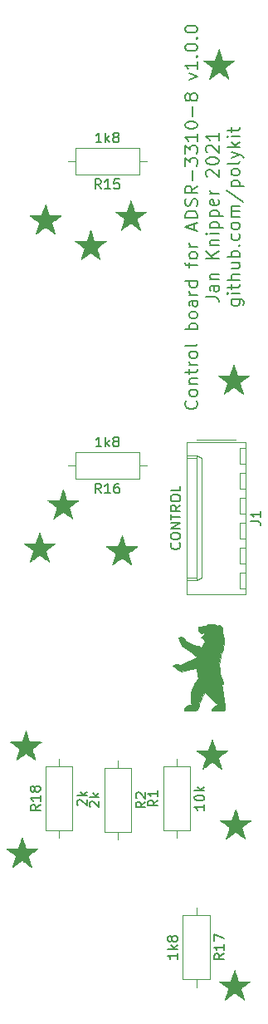
<source format=gbr>
%TF.GenerationSoftware,KiCad,Pcbnew,5.1.12-84ad8e8a86~92~ubuntu21.04.1*%
%TF.CreationDate,2021-11-06T20:56:35+01:00*%
%TF.ProjectId,control,636f6e74-726f-46c2-9e6b-696361645f70,v1.0.0*%
%TF.SameCoordinates,Original*%
%TF.FileFunction,Legend,Top*%
%TF.FilePolarity,Positive*%
%FSLAX46Y46*%
G04 Gerber Fmt 4.6, Leading zero omitted, Abs format (unit mm)*
G04 Created by KiCad (PCBNEW 5.1.12-84ad8e8a86~92~ubuntu21.04.1) date 2021-11-06 20:56:35*
%MOMM*%
%LPD*%
G01*
G04 APERTURE LIST*
%ADD10C,0.200000*%
%ADD11C,0.010000*%
%ADD12C,0.120000*%
%ADD13C,0.150000*%
G04 APERTURE END LIST*
D10*
X109014285Y-118426190D02*
X109076190Y-118488095D01*
X109138095Y-118673809D01*
X109138095Y-118797619D01*
X109076190Y-118983333D01*
X108952380Y-119107142D01*
X108828571Y-119169047D01*
X108580952Y-119230952D01*
X108395238Y-119230952D01*
X108147619Y-119169047D01*
X108023809Y-119107142D01*
X107900000Y-118983333D01*
X107838095Y-118797619D01*
X107838095Y-118673809D01*
X107900000Y-118488095D01*
X107961904Y-118426190D01*
X109138095Y-117683333D02*
X109076190Y-117807142D01*
X109014285Y-117869047D01*
X108890476Y-117930952D01*
X108519047Y-117930952D01*
X108395238Y-117869047D01*
X108333333Y-117807142D01*
X108271428Y-117683333D01*
X108271428Y-117497619D01*
X108333333Y-117373809D01*
X108395238Y-117311904D01*
X108519047Y-117250000D01*
X108890476Y-117250000D01*
X109014285Y-117311904D01*
X109076190Y-117373809D01*
X109138095Y-117497619D01*
X109138095Y-117683333D01*
X108271428Y-116692857D02*
X109138095Y-116692857D01*
X108395238Y-116692857D02*
X108333333Y-116630952D01*
X108271428Y-116507142D01*
X108271428Y-116321428D01*
X108333333Y-116197619D01*
X108457142Y-116135714D01*
X109138095Y-116135714D01*
X108271428Y-115702380D02*
X108271428Y-115207142D01*
X107838095Y-115516666D02*
X108952380Y-115516666D01*
X109076190Y-115454761D01*
X109138095Y-115330952D01*
X109138095Y-115207142D01*
X109138095Y-114773809D02*
X108271428Y-114773809D01*
X108519047Y-114773809D02*
X108395238Y-114711904D01*
X108333333Y-114650000D01*
X108271428Y-114526190D01*
X108271428Y-114402380D01*
X109138095Y-113783333D02*
X109076190Y-113907142D01*
X109014285Y-113969047D01*
X108890476Y-114030952D01*
X108519047Y-114030952D01*
X108395238Y-113969047D01*
X108333333Y-113907142D01*
X108271428Y-113783333D01*
X108271428Y-113597619D01*
X108333333Y-113473809D01*
X108395238Y-113411904D01*
X108519047Y-113350000D01*
X108890476Y-113350000D01*
X109014285Y-113411904D01*
X109076190Y-113473809D01*
X109138095Y-113597619D01*
X109138095Y-113783333D01*
X109138095Y-112607142D02*
X109076190Y-112730952D01*
X108952380Y-112792857D01*
X107838095Y-112792857D01*
X109138095Y-111121428D02*
X107838095Y-111121428D01*
X108333333Y-111121428D02*
X108271428Y-110997619D01*
X108271428Y-110750000D01*
X108333333Y-110626190D01*
X108395238Y-110564285D01*
X108519047Y-110502380D01*
X108890476Y-110502380D01*
X109014285Y-110564285D01*
X109076190Y-110626190D01*
X109138095Y-110750000D01*
X109138095Y-110997619D01*
X109076190Y-111121428D01*
X109138095Y-109759523D02*
X109076190Y-109883333D01*
X109014285Y-109945238D01*
X108890476Y-110007142D01*
X108519047Y-110007142D01*
X108395238Y-109945238D01*
X108333333Y-109883333D01*
X108271428Y-109759523D01*
X108271428Y-109573809D01*
X108333333Y-109450000D01*
X108395238Y-109388095D01*
X108519047Y-109326190D01*
X108890476Y-109326190D01*
X109014285Y-109388095D01*
X109076190Y-109450000D01*
X109138095Y-109573809D01*
X109138095Y-109759523D01*
X109138095Y-108211904D02*
X108457142Y-108211904D01*
X108333333Y-108273809D01*
X108271428Y-108397619D01*
X108271428Y-108645238D01*
X108333333Y-108769047D01*
X109076190Y-108211904D02*
X109138095Y-108335714D01*
X109138095Y-108645238D01*
X109076190Y-108769047D01*
X108952380Y-108830952D01*
X108828571Y-108830952D01*
X108704761Y-108769047D01*
X108642857Y-108645238D01*
X108642857Y-108335714D01*
X108580952Y-108211904D01*
X109138095Y-107592857D02*
X108271428Y-107592857D01*
X108519047Y-107592857D02*
X108395238Y-107530952D01*
X108333333Y-107469047D01*
X108271428Y-107345238D01*
X108271428Y-107221428D01*
X109138095Y-106230952D02*
X107838095Y-106230952D01*
X109076190Y-106230952D02*
X109138095Y-106354761D01*
X109138095Y-106602380D01*
X109076190Y-106726190D01*
X109014285Y-106788095D01*
X108890476Y-106850000D01*
X108519047Y-106850000D01*
X108395238Y-106788095D01*
X108333333Y-106726190D01*
X108271428Y-106602380D01*
X108271428Y-106354761D01*
X108333333Y-106230952D01*
X108271428Y-104807142D02*
X108271428Y-104311904D01*
X109138095Y-104621428D02*
X108023809Y-104621428D01*
X107900000Y-104559523D01*
X107838095Y-104435714D01*
X107838095Y-104311904D01*
X109138095Y-103692857D02*
X109076190Y-103816666D01*
X109014285Y-103878571D01*
X108890476Y-103940476D01*
X108519047Y-103940476D01*
X108395238Y-103878571D01*
X108333333Y-103816666D01*
X108271428Y-103692857D01*
X108271428Y-103507142D01*
X108333333Y-103383333D01*
X108395238Y-103321428D01*
X108519047Y-103259523D01*
X108890476Y-103259523D01*
X109014285Y-103321428D01*
X109076190Y-103383333D01*
X109138095Y-103507142D01*
X109138095Y-103692857D01*
X109138095Y-102702380D02*
X108271428Y-102702380D01*
X108519047Y-102702380D02*
X108395238Y-102640476D01*
X108333333Y-102578571D01*
X108271428Y-102454761D01*
X108271428Y-102330952D01*
X108766666Y-100969047D02*
X108766666Y-100350000D01*
X109138095Y-101092857D02*
X107838095Y-100659523D01*
X109138095Y-100226190D01*
X109138095Y-99792857D02*
X107838095Y-99792857D01*
X107838095Y-99483333D01*
X107900000Y-99297619D01*
X108023809Y-99173809D01*
X108147619Y-99111904D01*
X108395238Y-99050000D01*
X108580952Y-99050000D01*
X108828571Y-99111904D01*
X108952380Y-99173809D01*
X109076190Y-99297619D01*
X109138095Y-99483333D01*
X109138095Y-99792857D01*
X109076190Y-98554761D02*
X109138095Y-98369047D01*
X109138095Y-98059523D01*
X109076190Y-97935714D01*
X109014285Y-97873809D01*
X108890476Y-97811904D01*
X108766666Y-97811904D01*
X108642857Y-97873809D01*
X108580952Y-97935714D01*
X108519047Y-98059523D01*
X108457142Y-98307142D01*
X108395238Y-98430952D01*
X108333333Y-98492857D01*
X108209523Y-98554761D01*
X108085714Y-98554761D01*
X107961904Y-98492857D01*
X107900000Y-98430952D01*
X107838095Y-98307142D01*
X107838095Y-97997619D01*
X107900000Y-97811904D01*
X109138095Y-96511904D02*
X108519047Y-96945238D01*
X109138095Y-97254761D02*
X107838095Y-97254761D01*
X107838095Y-96759523D01*
X107900000Y-96635714D01*
X107961904Y-96573809D01*
X108085714Y-96511904D01*
X108271428Y-96511904D01*
X108395238Y-96573809D01*
X108457142Y-96635714D01*
X108519047Y-96759523D01*
X108519047Y-97254761D01*
X108642857Y-95954761D02*
X108642857Y-94964285D01*
X107838095Y-94469047D02*
X107838095Y-93664285D01*
X108333333Y-94097619D01*
X108333333Y-93911904D01*
X108395238Y-93788095D01*
X108457142Y-93726190D01*
X108580952Y-93664285D01*
X108890476Y-93664285D01*
X109014285Y-93726190D01*
X109076190Y-93788095D01*
X109138095Y-93911904D01*
X109138095Y-94283333D01*
X109076190Y-94407142D01*
X109014285Y-94469047D01*
X107838095Y-93230952D02*
X107838095Y-92426190D01*
X108333333Y-92859523D01*
X108333333Y-92673809D01*
X108395238Y-92550000D01*
X108457142Y-92488095D01*
X108580952Y-92426190D01*
X108890476Y-92426190D01*
X109014285Y-92488095D01*
X109076190Y-92550000D01*
X109138095Y-92673809D01*
X109138095Y-93045238D01*
X109076190Y-93169047D01*
X109014285Y-93230952D01*
X109138095Y-91188095D02*
X109138095Y-91930952D01*
X109138095Y-91559523D02*
X107838095Y-91559523D01*
X108023809Y-91683333D01*
X108147619Y-91807142D01*
X108209523Y-91930952D01*
X107838095Y-90383333D02*
X107838095Y-90259523D01*
X107900000Y-90135714D01*
X107961904Y-90073809D01*
X108085714Y-90011904D01*
X108333333Y-89950000D01*
X108642857Y-89950000D01*
X108890476Y-90011904D01*
X109014285Y-90073809D01*
X109076190Y-90135714D01*
X109138095Y-90259523D01*
X109138095Y-90383333D01*
X109076190Y-90507142D01*
X109014285Y-90569047D01*
X108890476Y-90630952D01*
X108642857Y-90692857D01*
X108333333Y-90692857D01*
X108085714Y-90630952D01*
X107961904Y-90569047D01*
X107900000Y-90507142D01*
X107838095Y-90383333D01*
X108642857Y-89392857D02*
X108642857Y-88402380D01*
X108395238Y-87597619D02*
X108333333Y-87721428D01*
X108271428Y-87783333D01*
X108147619Y-87845238D01*
X108085714Y-87845238D01*
X107961904Y-87783333D01*
X107900000Y-87721428D01*
X107838095Y-87597619D01*
X107838095Y-87350000D01*
X107900000Y-87226190D01*
X107961904Y-87164285D01*
X108085714Y-87102380D01*
X108147619Y-87102380D01*
X108271428Y-87164285D01*
X108333333Y-87226190D01*
X108395238Y-87350000D01*
X108395238Y-87597619D01*
X108457142Y-87721428D01*
X108519047Y-87783333D01*
X108642857Y-87845238D01*
X108890476Y-87845238D01*
X109014285Y-87783333D01*
X109076190Y-87721428D01*
X109138095Y-87597619D01*
X109138095Y-87350000D01*
X109076190Y-87226190D01*
X109014285Y-87164285D01*
X108890476Y-87102380D01*
X108642857Y-87102380D01*
X108519047Y-87164285D01*
X108457142Y-87226190D01*
X108395238Y-87350000D01*
X108271428Y-85678571D02*
X109138095Y-85369047D01*
X108271428Y-85059523D01*
X109138095Y-83883333D02*
X109138095Y-84626190D01*
X109138095Y-84254761D02*
X107838095Y-84254761D01*
X108023809Y-84378571D01*
X108147619Y-84502380D01*
X108209523Y-84626190D01*
X109014285Y-83326190D02*
X109076190Y-83264285D01*
X109138095Y-83326190D01*
X109076190Y-83388095D01*
X109014285Y-83326190D01*
X109138095Y-83326190D01*
X107838095Y-82459523D02*
X107838095Y-82335714D01*
X107900000Y-82211904D01*
X107961904Y-82150000D01*
X108085714Y-82088095D01*
X108333333Y-82026190D01*
X108642857Y-82026190D01*
X108890476Y-82088095D01*
X109014285Y-82150000D01*
X109076190Y-82211904D01*
X109138095Y-82335714D01*
X109138095Y-82459523D01*
X109076190Y-82583333D01*
X109014285Y-82645238D01*
X108890476Y-82707142D01*
X108642857Y-82769047D01*
X108333333Y-82769047D01*
X108085714Y-82707142D01*
X107961904Y-82645238D01*
X107900000Y-82583333D01*
X107838095Y-82459523D01*
X109014285Y-81469047D02*
X109076190Y-81407142D01*
X109138095Y-81469047D01*
X109076190Y-81530952D01*
X109014285Y-81469047D01*
X109138095Y-81469047D01*
X107838095Y-80602380D02*
X107838095Y-80478571D01*
X107900000Y-80354761D01*
X107961904Y-80292857D01*
X108085714Y-80230952D01*
X108333333Y-80169047D01*
X108642857Y-80169047D01*
X108890476Y-80230952D01*
X109014285Y-80292857D01*
X109076190Y-80354761D01*
X109138095Y-80478571D01*
X109138095Y-80602380D01*
X109076190Y-80726190D01*
X109014285Y-80788095D01*
X108890476Y-80850000D01*
X108642857Y-80911904D01*
X108333333Y-80911904D01*
X108085714Y-80850000D01*
X107961904Y-80788095D01*
X107900000Y-80726190D01*
X107838095Y-80602380D01*
X109988095Y-107840476D02*
X110916666Y-107840476D01*
X111102380Y-107902380D01*
X111226190Y-108026190D01*
X111288095Y-108211904D01*
X111288095Y-108335714D01*
X111288095Y-106664285D02*
X110607142Y-106664285D01*
X110483333Y-106726190D01*
X110421428Y-106850000D01*
X110421428Y-107097619D01*
X110483333Y-107221428D01*
X111226190Y-106664285D02*
X111288095Y-106788095D01*
X111288095Y-107097619D01*
X111226190Y-107221428D01*
X111102380Y-107283333D01*
X110978571Y-107283333D01*
X110854761Y-107221428D01*
X110792857Y-107097619D01*
X110792857Y-106788095D01*
X110730952Y-106664285D01*
X110421428Y-106045238D02*
X111288095Y-106045238D01*
X110545238Y-106045238D02*
X110483333Y-105983333D01*
X110421428Y-105859523D01*
X110421428Y-105673809D01*
X110483333Y-105550000D01*
X110607142Y-105488095D01*
X111288095Y-105488095D01*
X111288095Y-103878571D02*
X109988095Y-103878571D01*
X111288095Y-103135714D02*
X110545238Y-103692857D01*
X109988095Y-103135714D02*
X110730952Y-103878571D01*
X110421428Y-102578571D02*
X111288095Y-102578571D01*
X110545238Y-102578571D02*
X110483333Y-102516666D01*
X110421428Y-102392857D01*
X110421428Y-102207142D01*
X110483333Y-102083333D01*
X110607142Y-102021428D01*
X111288095Y-102021428D01*
X111288095Y-101402380D02*
X110421428Y-101402380D01*
X109988095Y-101402380D02*
X110050000Y-101464285D01*
X110111904Y-101402380D01*
X110050000Y-101340476D01*
X109988095Y-101402380D01*
X110111904Y-101402380D01*
X110421428Y-100783333D02*
X111721428Y-100783333D01*
X110483333Y-100783333D02*
X110421428Y-100659523D01*
X110421428Y-100411904D01*
X110483333Y-100288095D01*
X110545238Y-100226190D01*
X110669047Y-100164285D01*
X111040476Y-100164285D01*
X111164285Y-100226190D01*
X111226190Y-100288095D01*
X111288095Y-100411904D01*
X111288095Y-100659523D01*
X111226190Y-100783333D01*
X110421428Y-99607142D02*
X111721428Y-99607142D01*
X110483333Y-99607142D02*
X110421428Y-99483333D01*
X110421428Y-99235714D01*
X110483333Y-99111904D01*
X110545238Y-99050000D01*
X110669047Y-98988095D01*
X111040476Y-98988095D01*
X111164285Y-99050000D01*
X111226190Y-99111904D01*
X111288095Y-99235714D01*
X111288095Y-99483333D01*
X111226190Y-99607142D01*
X111226190Y-97935714D02*
X111288095Y-98059523D01*
X111288095Y-98307142D01*
X111226190Y-98430952D01*
X111102380Y-98492857D01*
X110607142Y-98492857D01*
X110483333Y-98430952D01*
X110421428Y-98307142D01*
X110421428Y-98059523D01*
X110483333Y-97935714D01*
X110607142Y-97873809D01*
X110730952Y-97873809D01*
X110854761Y-98492857D01*
X111288095Y-97316666D02*
X110421428Y-97316666D01*
X110669047Y-97316666D02*
X110545238Y-97254761D01*
X110483333Y-97192857D01*
X110421428Y-97069047D01*
X110421428Y-96945238D01*
X110111904Y-95583333D02*
X110050000Y-95521428D01*
X109988095Y-95397619D01*
X109988095Y-95088095D01*
X110050000Y-94964285D01*
X110111904Y-94902380D01*
X110235714Y-94840476D01*
X110359523Y-94840476D01*
X110545238Y-94902380D01*
X111288095Y-95645238D01*
X111288095Y-94840476D01*
X109988095Y-94035714D02*
X109988095Y-93911904D01*
X110050000Y-93788095D01*
X110111904Y-93726190D01*
X110235714Y-93664285D01*
X110483333Y-93602380D01*
X110792857Y-93602380D01*
X111040476Y-93664285D01*
X111164285Y-93726190D01*
X111226190Y-93788095D01*
X111288095Y-93911904D01*
X111288095Y-94035714D01*
X111226190Y-94159523D01*
X111164285Y-94221428D01*
X111040476Y-94283333D01*
X110792857Y-94345238D01*
X110483333Y-94345238D01*
X110235714Y-94283333D01*
X110111904Y-94221428D01*
X110050000Y-94159523D01*
X109988095Y-94035714D01*
X110111904Y-93107142D02*
X110050000Y-93045238D01*
X109988095Y-92921428D01*
X109988095Y-92611904D01*
X110050000Y-92488095D01*
X110111904Y-92426190D01*
X110235714Y-92364285D01*
X110359523Y-92364285D01*
X110545238Y-92426190D01*
X111288095Y-93169047D01*
X111288095Y-92364285D01*
X111288095Y-91126190D02*
X111288095Y-91869047D01*
X111288095Y-91497619D02*
X109988095Y-91497619D01*
X110173809Y-91621428D01*
X110297619Y-91745238D01*
X110359523Y-91869047D01*
X112571428Y-108088095D02*
X113623809Y-108088095D01*
X113747619Y-108150000D01*
X113809523Y-108211904D01*
X113871428Y-108335714D01*
X113871428Y-108521428D01*
X113809523Y-108645238D01*
X113376190Y-108088095D02*
X113438095Y-108211904D01*
X113438095Y-108459523D01*
X113376190Y-108583333D01*
X113314285Y-108645238D01*
X113190476Y-108707142D01*
X112819047Y-108707142D01*
X112695238Y-108645238D01*
X112633333Y-108583333D01*
X112571428Y-108459523D01*
X112571428Y-108211904D01*
X112633333Y-108088095D01*
X113438095Y-107469047D02*
X112571428Y-107469047D01*
X112138095Y-107469047D02*
X112200000Y-107530952D01*
X112261904Y-107469047D01*
X112200000Y-107407142D01*
X112138095Y-107469047D01*
X112261904Y-107469047D01*
X112571428Y-107035714D02*
X112571428Y-106540476D01*
X112138095Y-106850000D02*
X113252380Y-106850000D01*
X113376190Y-106788095D01*
X113438095Y-106664285D01*
X113438095Y-106540476D01*
X113438095Y-106107142D02*
X112138095Y-106107142D01*
X113438095Y-105550000D02*
X112757142Y-105550000D01*
X112633333Y-105611904D01*
X112571428Y-105735714D01*
X112571428Y-105921428D01*
X112633333Y-106045238D01*
X112695238Y-106107142D01*
X112571428Y-104373809D02*
X113438095Y-104373809D01*
X112571428Y-104930952D02*
X113252380Y-104930952D01*
X113376190Y-104869047D01*
X113438095Y-104745238D01*
X113438095Y-104559523D01*
X113376190Y-104435714D01*
X113314285Y-104373809D01*
X113438095Y-103754761D02*
X112138095Y-103754761D01*
X112633333Y-103754761D02*
X112571428Y-103630952D01*
X112571428Y-103383333D01*
X112633333Y-103259523D01*
X112695238Y-103197619D01*
X112819047Y-103135714D01*
X113190476Y-103135714D01*
X113314285Y-103197619D01*
X113376190Y-103259523D01*
X113438095Y-103383333D01*
X113438095Y-103630952D01*
X113376190Y-103754761D01*
X113314285Y-102578571D02*
X113376190Y-102516666D01*
X113438095Y-102578571D01*
X113376190Y-102640476D01*
X113314285Y-102578571D01*
X113438095Y-102578571D01*
X113376190Y-101402380D02*
X113438095Y-101526190D01*
X113438095Y-101773809D01*
X113376190Y-101897619D01*
X113314285Y-101959523D01*
X113190476Y-102021428D01*
X112819047Y-102021428D01*
X112695238Y-101959523D01*
X112633333Y-101897619D01*
X112571428Y-101773809D01*
X112571428Y-101526190D01*
X112633333Y-101402380D01*
X113438095Y-100659523D02*
X113376190Y-100783333D01*
X113314285Y-100845238D01*
X113190476Y-100907142D01*
X112819047Y-100907142D01*
X112695238Y-100845238D01*
X112633333Y-100783333D01*
X112571428Y-100659523D01*
X112571428Y-100473809D01*
X112633333Y-100350000D01*
X112695238Y-100288095D01*
X112819047Y-100226190D01*
X113190476Y-100226190D01*
X113314285Y-100288095D01*
X113376190Y-100350000D01*
X113438095Y-100473809D01*
X113438095Y-100659523D01*
X113438095Y-99669047D02*
X112571428Y-99669047D01*
X112695238Y-99669047D02*
X112633333Y-99607142D01*
X112571428Y-99483333D01*
X112571428Y-99297619D01*
X112633333Y-99173809D01*
X112757142Y-99111904D01*
X113438095Y-99111904D01*
X112757142Y-99111904D02*
X112633333Y-99050000D01*
X112571428Y-98926190D01*
X112571428Y-98740476D01*
X112633333Y-98616666D01*
X112757142Y-98554761D01*
X113438095Y-98554761D01*
X112076190Y-97007142D02*
X113747619Y-98121428D01*
X112571428Y-96573809D02*
X113871428Y-96573809D01*
X112633333Y-96573809D02*
X112571428Y-96450000D01*
X112571428Y-96202380D01*
X112633333Y-96078571D01*
X112695238Y-96016666D01*
X112819047Y-95954761D01*
X113190476Y-95954761D01*
X113314285Y-96016666D01*
X113376190Y-96078571D01*
X113438095Y-96202380D01*
X113438095Y-96450000D01*
X113376190Y-96573809D01*
X113438095Y-95211904D02*
X113376190Y-95335714D01*
X113314285Y-95397619D01*
X113190476Y-95459523D01*
X112819047Y-95459523D01*
X112695238Y-95397619D01*
X112633333Y-95335714D01*
X112571428Y-95211904D01*
X112571428Y-95026190D01*
X112633333Y-94902380D01*
X112695238Y-94840476D01*
X112819047Y-94778571D01*
X113190476Y-94778571D01*
X113314285Y-94840476D01*
X113376190Y-94902380D01*
X113438095Y-95026190D01*
X113438095Y-95211904D01*
X113438095Y-94035714D02*
X113376190Y-94159523D01*
X113252380Y-94221428D01*
X112138095Y-94221428D01*
X112571428Y-93664285D02*
X113438095Y-93354761D01*
X112571428Y-93045238D02*
X113438095Y-93354761D01*
X113747619Y-93478571D01*
X113809523Y-93540476D01*
X113871428Y-93664285D01*
X113438095Y-92550000D02*
X112138095Y-92550000D01*
X112942857Y-92426190D02*
X113438095Y-92054761D01*
X112571428Y-92054761D02*
X113066666Y-92550000D01*
X113438095Y-91497619D02*
X112571428Y-91497619D01*
X112138095Y-91497619D02*
X112200000Y-91559523D01*
X112261904Y-91497619D01*
X112200000Y-91435714D01*
X112138095Y-91497619D01*
X112261904Y-91497619D01*
X112571428Y-91064285D02*
X112571428Y-90569047D01*
X112138095Y-90878571D02*
X113252380Y-90878571D01*
X113376190Y-90816666D01*
X113438095Y-90692857D01*
X113438095Y-90569047D01*
D11*
%TO.C,G\u002A\u002A\u002A*%
G36*
X111306677Y-82622320D02*
G01*
X111321995Y-82663819D01*
X111344719Y-82728931D01*
X111373725Y-82814338D01*
X111407885Y-82916724D01*
X111446076Y-83032773D01*
X111487172Y-83159167D01*
X111491089Y-83171290D01*
X111673062Y-83734831D01*
X112273666Y-83734853D01*
X112425941Y-83735235D01*
X112559529Y-83736334D01*
X112672155Y-83738093D01*
X112761543Y-83740456D01*
X112825418Y-83743366D01*
X112861503Y-83746768D01*
X112868979Y-83749566D01*
X112855324Y-83761945D01*
X112818805Y-83790683D01*
X112762336Y-83833601D01*
X112688829Y-83888524D01*
X112601198Y-83953274D01*
X112502358Y-84025672D01*
X112397728Y-84101728D01*
X112290586Y-84179708D01*
X112191711Y-84252409D01*
X112104040Y-84317615D01*
X112030507Y-84373110D01*
X111974051Y-84416680D01*
X111937606Y-84446107D01*
X111924151Y-84459048D01*
X111926922Y-84478768D01*
X111938537Y-84524581D01*
X111957810Y-84592453D01*
X111983555Y-84678352D01*
X112014589Y-84778245D01*
X112049726Y-84888101D01*
X112055087Y-84904605D01*
X112108684Y-85069454D01*
X112153105Y-85206577D01*
X112189081Y-85318413D01*
X112217344Y-85407400D01*
X112238626Y-85475978D01*
X112253659Y-85526584D01*
X112263174Y-85561657D01*
X112267902Y-85583637D01*
X112268576Y-85594961D01*
X112265927Y-85598069D01*
X112262779Y-85596844D01*
X112246127Y-85585226D01*
X112206807Y-85557099D01*
X112147825Y-85514634D01*
X112072185Y-85460002D01*
X111982895Y-85395374D01*
X111882959Y-85322920D01*
X111779307Y-85247662D01*
X111672263Y-85170161D01*
X111573137Y-85098914D01*
X111484891Y-85036011D01*
X111410487Y-84983542D01*
X111352887Y-84943596D01*
X111315054Y-84918262D01*
X111300018Y-84909625D01*
X111284379Y-84918646D01*
X111246071Y-84944318D01*
X111188057Y-84984552D01*
X111113298Y-85037261D01*
X111024757Y-85100357D01*
X110925395Y-85171751D01*
X110820390Y-85247745D01*
X110712992Y-85325687D01*
X110613347Y-85397901D01*
X110524461Y-85462218D01*
X110449338Y-85516468D01*
X110390981Y-85558481D01*
X110352396Y-85586088D01*
X110336714Y-85597041D01*
X110330369Y-85590379D01*
X110335458Y-85557448D01*
X110346704Y-85516889D01*
X110358664Y-85478898D01*
X110379003Y-85415322D01*
X110406238Y-85330757D01*
X110438884Y-85229798D01*
X110475457Y-85117041D01*
X110514473Y-84997079D01*
X110529102Y-84952183D01*
X110566845Y-84835078D01*
X110600766Y-84727258D01*
X110629732Y-84632523D01*
X110652614Y-84554674D01*
X110668281Y-84497513D01*
X110675602Y-84464842D01*
X110675813Y-84458958D01*
X110661604Y-84445397D01*
X110624515Y-84415541D01*
X110567471Y-84371593D01*
X110493397Y-84315758D01*
X110405216Y-84250240D01*
X110305853Y-84177243D01*
X110198286Y-84099011D01*
X110091085Y-84021105D01*
X109992474Y-83948831D01*
X109905314Y-83884331D01*
X109832465Y-83829749D01*
X109776785Y-83787226D01*
X109741136Y-83758907D01*
X109728377Y-83746933D01*
X109728374Y-83746892D01*
X109743673Y-83744194D01*
X109787262Y-83741701D01*
X109855682Y-83739484D01*
X109945475Y-83737613D01*
X110053180Y-83736157D01*
X110175340Y-83735187D01*
X110308495Y-83734772D01*
X110327656Y-83734762D01*
X110926937Y-83734650D01*
X111108801Y-83171200D01*
X111150088Y-83044023D01*
X111188576Y-82926885D01*
X111223140Y-82823102D01*
X111252654Y-82735993D01*
X111275994Y-82668875D01*
X111292035Y-82625063D01*
X111299652Y-82607877D01*
X111299890Y-82607750D01*
X111306677Y-82622320D01*
G37*
X111306677Y-82622320D02*
X111321995Y-82663819D01*
X111344719Y-82728931D01*
X111373725Y-82814338D01*
X111407885Y-82916724D01*
X111446076Y-83032773D01*
X111487172Y-83159167D01*
X111491089Y-83171290D01*
X111673062Y-83734831D01*
X112273666Y-83734853D01*
X112425941Y-83735235D01*
X112559529Y-83736334D01*
X112672155Y-83738093D01*
X112761543Y-83740456D01*
X112825418Y-83743366D01*
X112861503Y-83746768D01*
X112868979Y-83749566D01*
X112855324Y-83761945D01*
X112818805Y-83790683D01*
X112762336Y-83833601D01*
X112688829Y-83888524D01*
X112601198Y-83953274D01*
X112502358Y-84025672D01*
X112397728Y-84101728D01*
X112290586Y-84179708D01*
X112191711Y-84252409D01*
X112104040Y-84317615D01*
X112030507Y-84373110D01*
X111974051Y-84416680D01*
X111937606Y-84446107D01*
X111924151Y-84459048D01*
X111926922Y-84478768D01*
X111938537Y-84524581D01*
X111957810Y-84592453D01*
X111983555Y-84678352D01*
X112014589Y-84778245D01*
X112049726Y-84888101D01*
X112055087Y-84904605D01*
X112108684Y-85069454D01*
X112153105Y-85206577D01*
X112189081Y-85318413D01*
X112217344Y-85407400D01*
X112238626Y-85475978D01*
X112253659Y-85526584D01*
X112263174Y-85561657D01*
X112267902Y-85583637D01*
X112268576Y-85594961D01*
X112265927Y-85598069D01*
X112262779Y-85596844D01*
X112246127Y-85585226D01*
X112206807Y-85557099D01*
X112147825Y-85514634D01*
X112072185Y-85460002D01*
X111982895Y-85395374D01*
X111882959Y-85322920D01*
X111779307Y-85247662D01*
X111672263Y-85170161D01*
X111573137Y-85098914D01*
X111484891Y-85036011D01*
X111410487Y-84983542D01*
X111352887Y-84943596D01*
X111315054Y-84918262D01*
X111300018Y-84909625D01*
X111284379Y-84918646D01*
X111246071Y-84944318D01*
X111188057Y-84984552D01*
X111113298Y-85037261D01*
X111024757Y-85100357D01*
X110925395Y-85171751D01*
X110820390Y-85247745D01*
X110712992Y-85325687D01*
X110613347Y-85397901D01*
X110524461Y-85462218D01*
X110449338Y-85516468D01*
X110390981Y-85558481D01*
X110352396Y-85586088D01*
X110336714Y-85597041D01*
X110330369Y-85590379D01*
X110335458Y-85557448D01*
X110346704Y-85516889D01*
X110358664Y-85478898D01*
X110379003Y-85415322D01*
X110406238Y-85330757D01*
X110438884Y-85229798D01*
X110475457Y-85117041D01*
X110514473Y-84997079D01*
X110529102Y-84952183D01*
X110566845Y-84835078D01*
X110600766Y-84727258D01*
X110629732Y-84632523D01*
X110652614Y-84554674D01*
X110668281Y-84497513D01*
X110675602Y-84464842D01*
X110675813Y-84458958D01*
X110661604Y-84445397D01*
X110624515Y-84415541D01*
X110567471Y-84371593D01*
X110493397Y-84315758D01*
X110405216Y-84250240D01*
X110305853Y-84177243D01*
X110198286Y-84099011D01*
X110091085Y-84021105D01*
X109992474Y-83948831D01*
X109905314Y-83884331D01*
X109832465Y-83829749D01*
X109776785Y-83787226D01*
X109741136Y-83758907D01*
X109728377Y-83746933D01*
X109728374Y-83746892D01*
X109743673Y-83744194D01*
X109787262Y-83741701D01*
X109855682Y-83739484D01*
X109945475Y-83737613D01*
X110053180Y-83736157D01*
X110175340Y-83735187D01*
X110308495Y-83734772D01*
X110327656Y-83734762D01*
X110926937Y-83734650D01*
X111108801Y-83171200D01*
X111150088Y-83044023D01*
X111188576Y-82926885D01*
X111223140Y-82823102D01*
X111252654Y-82735993D01*
X111275994Y-82668875D01*
X111292035Y-82625063D01*
X111299652Y-82607877D01*
X111299890Y-82607750D01*
X111306677Y-82622320D01*
G36*
X112806677Y-114722320D02*
G01*
X112821995Y-114763819D01*
X112844719Y-114828931D01*
X112873725Y-114914338D01*
X112907885Y-115016724D01*
X112946076Y-115132773D01*
X112987172Y-115259167D01*
X112991089Y-115271290D01*
X113173062Y-115834831D01*
X113773666Y-115834853D01*
X113925941Y-115835235D01*
X114059529Y-115836334D01*
X114172155Y-115838093D01*
X114261543Y-115840456D01*
X114325418Y-115843366D01*
X114361503Y-115846768D01*
X114368979Y-115849566D01*
X114355324Y-115861945D01*
X114318805Y-115890683D01*
X114262336Y-115933601D01*
X114188829Y-115988524D01*
X114101198Y-116053274D01*
X114002358Y-116125672D01*
X113897728Y-116201728D01*
X113790586Y-116279708D01*
X113691711Y-116352409D01*
X113604040Y-116417615D01*
X113530507Y-116473110D01*
X113474051Y-116516680D01*
X113437606Y-116546107D01*
X113424151Y-116559048D01*
X113426922Y-116578768D01*
X113438537Y-116624581D01*
X113457810Y-116692453D01*
X113483555Y-116778352D01*
X113514589Y-116878245D01*
X113549726Y-116988101D01*
X113555087Y-117004605D01*
X113608684Y-117169454D01*
X113653105Y-117306577D01*
X113689081Y-117418413D01*
X113717344Y-117507400D01*
X113738626Y-117575978D01*
X113753659Y-117626584D01*
X113763174Y-117661657D01*
X113767902Y-117683637D01*
X113768576Y-117694961D01*
X113765927Y-117698069D01*
X113762779Y-117696844D01*
X113746127Y-117685226D01*
X113706807Y-117657099D01*
X113647825Y-117614634D01*
X113572185Y-117560002D01*
X113482895Y-117495374D01*
X113382959Y-117422920D01*
X113279307Y-117347662D01*
X113172263Y-117270161D01*
X113073137Y-117198914D01*
X112984891Y-117136011D01*
X112910487Y-117083542D01*
X112852887Y-117043596D01*
X112815054Y-117018262D01*
X112800018Y-117009625D01*
X112784379Y-117018646D01*
X112746071Y-117044318D01*
X112688057Y-117084552D01*
X112613298Y-117137261D01*
X112524757Y-117200357D01*
X112425395Y-117271751D01*
X112320390Y-117347745D01*
X112212992Y-117425687D01*
X112113347Y-117497901D01*
X112024461Y-117562218D01*
X111949338Y-117616468D01*
X111890981Y-117658481D01*
X111852396Y-117686088D01*
X111836714Y-117697041D01*
X111830369Y-117690379D01*
X111835458Y-117657448D01*
X111846704Y-117616889D01*
X111858664Y-117578898D01*
X111879003Y-117515322D01*
X111906238Y-117430757D01*
X111938884Y-117329798D01*
X111975457Y-117217041D01*
X112014473Y-117097079D01*
X112029102Y-117052183D01*
X112066845Y-116935078D01*
X112100766Y-116827258D01*
X112129732Y-116732523D01*
X112152614Y-116654674D01*
X112168281Y-116597513D01*
X112175602Y-116564842D01*
X112175813Y-116558958D01*
X112161604Y-116545397D01*
X112124515Y-116515541D01*
X112067471Y-116471593D01*
X111993397Y-116415758D01*
X111905216Y-116350240D01*
X111805853Y-116277243D01*
X111698286Y-116199011D01*
X111591085Y-116121105D01*
X111492474Y-116048831D01*
X111405314Y-115984331D01*
X111332465Y-115929749D01*
X111276785Y-115887226D01*
X111241136Y-115858907D01*
X111228377Y-115846933D01*
X111228374Y-115846892D01*
X111243673Y-115844194D01*
X111287262Y-115841701D01*
X111355682Y-115839484D01*
X111445475Y-115837613D01*
X111553180Y-115836157D01*
X111675340Y-115835187D01*
X111808495Y-115834772D01*
X111827656Y-115834762D01*
X112426937Y-115834650D01*
X112608801Y-115271200D01*
X112650088Y-115144023D01*
X112688576Y-115026885D01*
X112723140Y-114923102D01*
X112752654Y-114835993D01*
X112775994Y-114768875D01*
X112792035Y-114725063D01*
X112799652Y-114707877D01*
X112799890Y-114707750D01*
X112806677Y-114722320D01*
G37*
X112806677Y-114722320D02*
X112821995Y-114763819D01*
X112844719Y-114828931D01*
X112873725Y-114914338D01*
X112907885Y-115016724D01*
X112946076Y-115132773D01*
X112987172Y-115259167D01*
X112991089Y-115271290D01*
X113173062Y-115834831D01*
X113773666Y-115834853D01*
X113925941Y-115835235D01*
X114059529Y-115836334D01*
X114172155Y-115838093D01*
X114261543Y-115840456D01*
X114325418Y-115843366D01*
X114361503Y-115846768D01*
X114368979Y-115849566D01*
X114355324Y-115861945D01*
X114318805Y-115890683D01*
X114262336Y-115933601D01*
X114188829Y-115988524D01*
X114101198Y-116053274D01*
X114002358Y-116125672D01*
X113897728Y-116201728D01*
X113790586Y-116279708D01*
X113691711Y-116352409D01*
X113604040Y-116417615D01*
X113530507Y-116473110D01*
X113474051Y-116516680D01*
X113437606Y-116546107D01*
X113424151Y-116559048D01*
X113426922Y-116578768D01*
X113438537Y-116624581D01*
X113457810Y-116692453D01*
X113483555Y-116778352D01*
X113514589Y-116878245D01*
X113549726Y-116988101D01*
X113555087Y-117004605D01*
X113608684Y-117169454D01*
X113653105Y-117306577D01*
X113689081Y-117418413D01*
X113717344Y-117507400D01*
X113738626Y-117575978D01*
X113753659Y-117626584D01*
X113763174Y-117661657D01*
X113767902Y-117683637D01*
X113768576Y-117694961D01*
X113765927Y-117698069D01*
X113762779Y-117696844D01*
X113746127Y-117685226D01*
X113706807Y-117657099D01*
X113647825Y-117614634D01*
X113572185Y-117560002D01*
X113482895Y-117495374D01*
X113382959Y-117422920D01*
X113279307Y-117347662D01*
X113172263Y-117270161D01*
X113073137Y-117198914D01*
X112984891Y-117136011D01*
X112910487Y-117083542D01*
X112852887Y-117043596D01*
X112815054Y-117018262D01*
X112800018Y-117009625D01*
X112784379Y-117018646D01*
X112746071Y-117044318D01*
X112688057Y-117084552D01*
X112613298Y-117137261D01*
X112524757Y-117200357D01*
X112425395Y-117271751D01*
X112320390Y-117347745D01*
X112212992Y-117425687D01*
X112113347Y-117497901D01*
X112024461Y-117562218D01*
X111949338Y-117616468D01*
X111890981Y-117658481D01*
X111852396Y-117686088D01*
X111836714Y-117697041D01*
X111830369Y-117690379D01*
X111835458Y-117657448D01*
X111846704Y-117616889D01*
X111858664Y-117578898D01*
X111879003Y-117515322D01*
X111906238Y-117430757D01*
X111938884Y-117329798D01*
X111975457Y-117217041D01*
X112014473Y-117097079D01*
X112029102Y-117052183D01*
X112066845Y-116935078D01*
X112100766Y-116827258D01*
X112129732Y-116732523D01*
X112152614Y-116654674D01*
X112168281Y-116597513D01*
X112175602Y-116564842D01*
X112175813Y-116558958D01*
X112161604Y-116545397D01*
X112124515Y-116515541D01*
X112067471Y-116471593D01*
X111993397Y-116415758D01*
X111905216Y-116350240D01*
X111805853Y-116277243D01*
X111698286Y-116199011D01*
X111591085Y-116121105D01*
X111492474Y-116048831D01*
X111405314Y-115984331D01*
X111332465Y-115929749D01*
X111276785Y-115887226D01*
X111241136Y-115858907D01*
X111228377Y-115846933D01*
X111228374Y-115846892D01*
X111243673Y-115844194D01*
X111287262Y-115841701D01*
X111355682Y-115839484D01*
X111445475Y-115837613D01*
X111553180Y-115836157D01*
X111675340Y-115835187D01*
X111808495Y-115834772D01*
X111827656Y-115834762D01*
X112426937Y-115834650D01*
X112608801Y-115271200D01*
X112650088Y-115144023D01*
X112688576Y-115026885D01*
X112723140Y-114923102D01*
X112752654Y-114835993D01*
X112775994Y-114768875D01*
X112792035Y-114725063D01*
X112799652Y-114707877D01*
X112799890Y-114707750D01*
X112806677Y-114722320D01*
G36*
X91606677Y-152022320D02*
G01*
X91621995Y-152063819D01*
X91644719Y-152128931D01*
X91673725Y-152214338D01*
X91707885Y-152316724D01*
X91746076Y-152432773D01*
X91787172Y-152559167D01*
X91791089Y-152571290D01*
X91973062Y-153134831D01*
X92573666Y-153134853D01*
X92725941Y-153135235D01*
X92859529Y-153136334D01*
X92972155Y-153138093D01*
X93061543Y-153140456D01*
X93125418Y-153143366D01*
X93161503Y-153146768D01*
X93168979Y-153149566D01*
X93155324Y-153161945D01*
X93118805Y-153190683D01*
X93062336Y-153233601D01*
X92988829Y-153288524D01*
X92901198Y-153353274D01*
X92802358Y-153425672D01*
X92697728Y-153501728D01*
X92590586Y-153579708D01*
X92491711Y-153652409D01*
X92404040Y-153717615D01*
X92330507Y-153773110D01*
X92274051Y-153816680D01*
X92237606Y-153846107D01*
X92224151Y-153859048D01*
X92226922Y-153878768D01*
X92238537Y-153924581D01*
X92257810Y-153992453D01*
X92283555Y-154078352D01*
X92314589Y-154178245D01*
X92349726Y-154288101D01*
X92355087Y-154304605D01*
X92408684Y-154469454D01*
X92453105Y-154606577D01*
X92489081Y-154718413D01*
X92517344Y-154807400D01*
X92538626Y-154875978D01*
X92553659Y-154926584D01*
X92563174Y-154961657D01*
X92567902Y-154983637D01*
X92568576Y-154994961D01*
X92565927Y-154998069D01*
X92562779Y-154996844D01*
X92546127Y-154985226D01*
X92506807Y-154957099D01*
X92447825Y-154914634D01*
X92372185Y-154860002D01*
X92282895Y-154795374D01*
X92182959Y-154722920D01*
X92079307Y-154647662D01*
X91972263Y-154570161D01*
X91873137Y-154498914D01*
X91784891Y-154436011D01*
X91710487Y-154383542D01*
X91652887Y-154343596D01*
X91615054Y-154318262D01*
X91600018Y-154309625D01*
X91584379Y-154318646D01*
X91546071Y-154344318D01*
X91488057Y-154384552D01*
X91413298Y-154437261D01*
X91324757Y-154500357D01*
X91225395Y-154571751D01*
X91120390Y-154647745D01*
X91012992Y-154725687D01*
X90913347Y-154797901D01*
X90824461Y-154862218D01*
X90749338Y-154916468D01*
X90690981Y-154958481D01*
X90652396Y-154986088D01*
X90636714Y-154997041D01*
X90630369Y-154990379D01*
X90635458Y-154957448D01*
X90646704Y-154916889D01*
X90658664Y-154878898D01*
X90679003Y-154815322D01*
X90706238Y-154730757D01*
X90738884Y-154629798D01*
X90775457Y-154517041D01*
X90814473Y-154397079D01*
X90829102Y-154352183D01*
X90866845Y-154235078D01*
X90900766Y-154127258D01*
X90929732Y-154032523D01*
X90952614Y-153954674D01*
X90968281Y-153897513D01*
X90975602Y-153864842D01*
X90975813Y-153858958D01*
X90961604Y-153845397D01*
X90924515Y-153815541D01*
X90867471Y-153771593D01*
X90793397Y-153715758D01*
X90705216Y-153650240D01*
X90605853Y-153577243D01*
X90498286Y-153499011D01*
X90391085Y-153421105D01*
X90292474Y-153348831D01*
X90205314Y-153284331D01*
X90132465Y-153229749D01*
X90076785Y-153187226D01*
X90041136Y-153158907D01*
X90028377Y-153146933D01*
X90028374Y-153146892D01*
X90043673Y-153144194D01*
X90087262Y-153141701D01*
X90155682Y-153139484D01*
X90245475Y-153137613D01*
X90353180Y-153136157D01*
X90475340Y-153135187D01*
X90608495Y-153134772D01*
X90627656Y-153134762D01*
X91226937Y-153134650D01*
X91408801Y-152571200D01*
X91450088Y-152444023D01*
X91488576Y-152326885D01*
X91523140Y-152223102D01*
X91552654Y-152135993D01*
X91575994Y-152068875D01*
X91592035Y-152025063D01*
X91599652Y-152007877D01*
X91599890Y-152007750D01*
X91606677Y-152022320D01*
G37*
X91606677Y-152022320D02*
X91621995Y-152063819D01*
X91644719Y-152128931D01*
X91673725Y-152214338D01*
X91707885Y-152316724D01*
X91746076Y-152432773D01*
X91787172Y-152559167D01*
X91791089Y-152571290D01*
X91973062Y-153134831D01*
X92573666Y-153134853D01*
X92725941Y-153135235D01*
X92859529Y-153136334D01*
X92972155Y-153138093D01*
X93061543Y-153140456D01*
X93125418Y-153143366D01*
X93161503Y-153146768D01*
X93168979Y-153149566D01*
X93155324Y-153161945D01*
X93118805Y-153190683D01*
X93062336Y-153233601D01*
X92988829Y-153288524D01*
X92901198Y-153353274D01*
X92802358Y-153425672D01*
X92697728Y-153501728D01*
X92590586Y-153579708D01*
X92491711Y-153652409D01*
X92404040Y-153717615D01*
X92330507Y-153773110D01*
X92274051Y-153816680D01*
X92237606Y-153846107D01*
X92224151Y-153859048D01*
X92226922Y-153878768D01*
X92238537Y-153924581D01*
X92257810Y-153992453D01*
X92283555Y-154078352D01*
X92314589Y-154178245D01*
X92349726Y-154288101D01*
X92355087Y-154304605D01*
X92408684Y-154469454D01*
X92453105Y-154606577D01*
X92489081Y-154718413D01*
X92517344Y-154807400D01*
X92538626Y-154875978D01*
X92553659Y-154926584D01*
X92563174Y-154961657D01*
X92567902Y-154983637D01*
X92568576Y-154994961D01*
X92565927Y-154998069D01*
X92562779Y-154996844D01*
X92546127Y-154985226D01*
X92506807Y-154957099D01*
X92447825Y-154914634D01*
X92372185Y-154860002D01*
X92282895Y-154795374D01*
X92182959Y-154722920D01*
X92079307Y-154647662D01*
X91972263Y-154570161D01*
X91873137Y-154498914D01*
X91784891Y-154436011D01*
X91710487Y-154383542D01*
X91652887Y-154343596D01*
X91615054Y-154318262D01*
X91600018Y-154309625D01*
X91584379Y-154318646D01*
X91546071Y-154344318D01*
X91488057Y-154384552D01*
X91413298Y-154437261D01*
X91324757Y-154500357D01*
X91225395Y-154571751D01*
X91120390Y-154647745D01*
X91012992Y-154725687D01*
X90913347Y-154797901D01*
X90824461Y-154862218D01*
X90749338Y-154916468D01*
X90690981Y-154958481D01*
X90652396Y-154986088D01*
X90636714Y-154997041D01*
X90630369Y-154990379D01*
X90635458Y-154957448D01*
X90646704Y-154916889D01*
X90658664Y-154878898D01*
X90679003Y-154815322D01*
X90706238Y-154730757D01*
X90738884Y-154629798D01*
X90775457Y-154517041D01*
X90814473Y-154397079D01*
X90829102Y-154352183D01*
X90866845Y-154235078D01*
X90900766Y-154127258D01*
X90929732Y-154032523D01*
X90952614Y-153954674D01*
X90968281Y-153897513D01*
X90975602Y-153864842D01*
X90975813Y-153858958D01*
X90961604Y-153845397D01*
X90924515Y-153815541D01*
X90867471Y-153771593D01*
X90793397Y-153715758D01*
X90705216Y-153650240D01*
X90605853Y-153577243D01*
X90498286Y-153499011D01*
X90391085Y-153421105D01*
X90292474Y-153348831D01*
X90205314Y-153284331D01*
X90132465Y-153229749D01*
X90076785Y-153187226D01*
X90041136Y-153158907D01*
X90028377Y-153146933D01*
X90028374Y-153146892D01*
X90043673Y-153144194D01*
X90087262Y-153141701D01*
X90155682Y-153139484D01*
X90245475Y-153137613D01*
X90353180Y-153136157D01*
X90475340Y-153135187D01*
X90608495Y-153134772D01*
X90627656Y-153134762D01*
X91226937Y-153134650D01*
X91408801Y-152571200D01*
X91450088Y-152444023D01*
X91488576Y-152326885D01*
X91523140Y-152223102D01*
X91552654Y-152135993D01*
X91575994Y-152068875D01*
X91592035Y-152025063D01*
X91599652Y-152007877D01*
X91599890Y-152007750D01*
X91606677Y-152022320D01*
G36*
X91206677Y-162922320D02*
G01*
X91221995Y-162963819D01*
X91244719Y-163028931D01*
X91273725Y-163114338D01*
X91307885Y-163216724D01*
X91346076Y-163332773D01*
X91387172Y-163459167D01*
X91391089Y-163471290D01*
X91573062Y-164034831D01*
X92173666Y-164034853D01*
X92325941Y-164035235D01*
X92459529Y-164036334D01*
X92572155Y-164038093D01*
X92661543Y-164040456D01*
X92725418Y-164043366D01*
X92761503Y-164046768D01*
X92768979Y-164049566D01*
X92755324Y-164061945D01*
X92718805Y-164090683D01*
X92662336Y-164133601D01*
X92588829Y-164188524D01*
X92501198Y-164253274D01*
X92402358Y-164325672D01*
X92297728Y-164401728D01*
X92190586Y-164479708D01*
X92091711Y-164552409D01*
X92004040Y-164617615D01*
X91930507Y-164673110D01*
X91874051Y-164716680D01*
X91837606Y-164746107D01*
X91824151Y-164759048D01*
X91826922Y-164778768D01*
X91838537Y-164824581D01*
X91857810Y-164892453D01*
X91883555Y-164978352D01*
X91914589Y-165078245D01*
X91949726Y-165188101D01*
X91955087Y-165204605D01*
X92008684Y-165369454D01*
X92053105Y-165506577D01*
X92089081Y-165618413D01*
X92117344Y-165707400D01*
X92138626Y-165775978D01*
X92153659Y-165826584D01*
X92163174Y-165861657D01*
X92167902Y-165883637D01*
X92168576Y-165894961D01*
X92165927Y-165898069D01*
X92162779Y-165896844D01*
X92146127Y-165885226D01*
X92106807Y-165857099D01*
X92047825Y-165814634D01*
X91972185Y-165760002D01*
X91882895Y-165695374D01*
X91782959Y-165622920D01*
X91679307Y-165547662D01*
X91572263Y-165470161D01*
X91473137Y-165398914D01*
X91384891Y-165336011D01*
X91310487Y-165283542D01*
X91252887Y-165243596D01*
X91215054Y-165218262D01*
X91200018Y-165209625D01*
X91184379Y-165218646D01*
X91146071Y-165244318D01*
X91088057Y-165284552D01*
X91013298Y-165337261D01*
X90924757Y-165400357D01*
X90825395Y-165471751D01*
X90720390Y-165547745D01*
X90612992Y-165625687D01*
X90513347Y-165697901D01*
X90424461Y-165762218D01*
X90349338Y-165816468D01*
X90290981Y-165858481D01*
X90252396Y-165886088D01*
X90236714Y-165897041D01*
X90230369Y-165890379D01*
X90235458Y-165857448D01*
X90246704Y-165816889D01*
X90258664Y-165778898D01*
X90279003Y-165715322D01*
X90306238Y-165630757D01*
X90338884Y-165529798D01*
X90375457Y-165417041D01*
X90414473Y-165297079D01*
X90429102Y-165252183D01*
X90466845Y-165135078D01*
X90500766Y-165027258D01*
X90529732Y-164932523D01*
X90552614Y-164854674D01*
X90568281Y-164797513D01*
X90575602Y-164764842D01*
X90575813Y-164758958D01*
X90561604Y-164745397D01*
X90524515Y-164715541D01*
X90467471Y-164671593D01*
X90393397Y-164615758D01*
X90305216Y-164550240D01*
X90205853Y-164477243D01*
X90098286Y-164399011D01*
X89991085Y-164321105D01*
X89892474Y-164248831D01*
X89805314Y-164184331D01*
X89732465Y-164129749D01*
X89676785Y-164087226D01*
X89641136Y-164058907D01*
X89628377Y-164046933D01*
X89628374Y-164046892D01*
X89643673Y-164044194D01*
X89687262Y-164041701D01*
X89755682Y-164039484D01*
X89845475Y-164037613D01*
X89953180Y-164036157D01*
X90075340Y-164035187D01*
X90208495Y-164034772D01*
X90227656Y-164034762D01*
X90826937Y-164034650D01*
X91008801Y-163471200D01*
X91050088Y-163344023D01*
X91088576Y-163226885D01*
X91123140Y-163123102D01*
X91152654Y-163035993D01*
X91175994Y-162968875D01*
X91192035Y-162925063D01*
X91199652Y-162907877D01*
X91199890Y-162907750D01*
X91206677Y-162922320D01*
G37*
X91206677Y-162922320D02*
X91221995Y-162963819D01*
X91244719Y-163028931D01*
X91273725Y-163114338D01*
X91307885Y-163216724D01*
X91346076Y-163332773D01*
X91387172Y-163459167D01*
X91391089Y-163471290D01*
X91573062Y-164034831D01*
X92173666Y-164034853D01*
X92325941Y-164035235D01*
X92459529Y-164036334D01*
X92572155Y-164038093D01*
X92661543Y-164040456D01*
X92725418Y-164043366D01*
X92761503Y-164046768D01*
X92768979Y-164049566D01*
X92755324Y-164061945D01*
X92718805Y-164090683D01*
X92662336Y-164133601D01*
X92588829Y-164188524D01*
X92501198Y-164253274D01*
X92402358Y-164325672D01*
X92297728Y-164401728D01*
X92190586Y-164479708D01*
X92091711Y-164552409D01*
X92004040Y-164617615D01*
X91930507Y-164673110D01*
X91874051Y-164716680D01*
X91837606Y-164746107D01*
X91824151Y-164759048D01*
X91826922Y-164778768D01*
X91838537Y-164824581D01*
X91857810Y-164892453D01*
X91883555Y-164978352D01*
X91914589Y-165078245D01*
X91949726Y-165188101D01*
X91955087Y-165204605D01*
X92008684Y-165369454D01*
X92053105Y-165506577D01*
X92089081Y-165618413D01*
X92117344Y-165707400D01*
X92138626Y-165775978D01*
X92153659Y-165826584D01*
X92163174Y-165861657D01*
X92167902Y-165883637D01*
X92168576Y-165894961D01*
X92165927Y-165898069D01*
X92162779Y-165896844D01*
X92146127Y-165885226D01*
X92106807Y-165857099D01*
X92047825Y-165814634D01*
X91972185Y-165760002D01*
X91882895Y-165695374D01*
X91782959Y-165622920D01*
X91679307Y-165547662D01*
X91572263Y-165470161D01*
X91473137Y-165398914D01*
X91384891Y-165336011D01*
X91310487Y-165283542D01*
X91252887Y-165243596D01*
X91215054Y-165218262D01*
X91200018Y-165209625D01*
X91184379Y-165218646D01*
X91146071Y-165244318D01*
X91088057Y-165284552D01*
X91013298Y-165337261D01*
X90924757Y-165400357D01*
X90825395Y-165471751D01*
X90720390Y-165547745D01*
X90612992Y-165625687D01*
X90513347Y-165697901D01*
X90424461Y-165762218D01*
X90349338Y-165816468D01*
X90290981Y-165858481D01*
X90252396Y-165886088D01*
X90236714Y-165897041D01*
X90230369Y-165890379D01*
X90235458Y-165857448D01*
X90246704Y-165816889D01*
X90258664Y-165778898D01*
X90279003Y-165715322D01*
X90306238Y-165630757D01*
X90338884Y-165529798D01*
X90375457Y-165417041D01*
X90414473Y-165297079D01*
X90429102Y-165252183D01*
X90466845Y-165135078D01*
X90500766Y-165027258D01*
X90529732Y-164932523D01*
X90552614Y-164854674D01*
X90568281Y-164797513D01*
X90575602Y-164764842D01*
X90575813Y-164758958D01*
X90561604Y-164745397D01*
X90524515Y-164715541D01*
X90467471Y-164671593D01*
X90393397Y-164615758D01*
X90305216Y-164550240D01*
X90205853Y-164477243D01*
X90098286Y-164399011D01*
X89991085Y-164321105D01*
X89892474Y-164248831D01*
X89805314Y-164184331D01*
X89732465Y-164129749D01*
X89676785Y-164087226D01*
X89641136Y-164058907D01*
X89628377Y-164046933D01*
X89628374Y-164046892D01*
X89643673Y-164044194D01*
X89687262Y-164041701D01*
X89755682Y-164039484D01*
X89845475Y-164037613D01*
X89953180Y-164036157D01*
X90075340Y-164035187D01*
X90208495Y-164034772D01*
X90227656Y-164034762D01*
X90826937Y-164034650D01*
X91008801Y-163471200D01*
X91050088Y-163344023D01*
X91088576Y-163226885D01*
X91123140Y-163123102D01*
X91152654Y-163035993D01*
X91175994Y-162968875D01*
X91192035Y-162925063D01*
X91199652Y-162907877D01*
X91199890Y-162907750D01*
X91206677Y-162922320D01*
G36*
X112906677Y-176422320D02*
G01*
X112921995Y-176463819D01*
X112944719Y-176528931D01*
X112973725Y-176614338D01*
X113007885Y-176716724D01*
X113046076Y-176832773D01*
X113087172Y-176959167D01*
X113091089Y-176971290D01*
X113273062Y-177534831D01*
X113873666Y-177534853D01*
X114025941Y-177535235D01*
X114159529Y-177536334D01*
X114272155Y-177538093D01*
X114361543Y-177540456D01*
X114425418Y-177543366D01*
X114461503Y-177546768D01*
X114468979Y-177549566D01*
X114455324Y-177561945D01*
X114418805Y-177590683D01*
X114362336Y-177633601D01*
X114288829Y-177688524D01*
X114201198Y-177753274D01*
X114102358Y-177825672D01*
X113997728Y-177901728D01*
X113890586Y-177979708D01*
X113791711Y-178052409D01*
X113704040Y-178117615D01*
X113630507Y-178173110D01*
X113574051Y-178216680D01*
X113537606Y-178246107D01*
X113524151Y-178259048D01*
X113526922Y-178278768D01*
X113538537Y-178324581D01*
X113557810Y-178392453D01*
X113583555Y-178478352D01*
X113614589Y-178578245D01*
X113649726Y-178688101D01*
X113655087Y-178704605D01*
X113708684Y-178869454D01*
X113753105Y-179006577D01*
X113789081Y-179118413D01*
X113817344Y-179207400D01*
X113838626Y-179275978D01*
X113853659Y-179326584D01*
X113863174Y-179361657D01*
X113867902Y-179383637D01*
X113868576Y-179394961D01*
X113865927Y-179398069D01*
X113862779Y-179396844D01*
X113846127Y-179385226D01*
X113806807Y-179357099D01*
X113747825Y-179314634D01*
X113672185Y-179260002D01*
X113582895Y-179195374D01*
X113482959Y-179122920D01*
X113379307Y-179047662D01*
X113272263Y-178970161D01*
X113173137Y-178898914D01*
X113084891Y-178836011D01*
X113010487Y-178783542D01*
X112952887Y-178743596D01*
X112915054Y-178718262D01*
X112900018Y-178709625D01*
X112884379Y-178718646D01*
X112846071Y-178744318D01*
X112788057Y-178784552D01*
X112713298Y-178837261D01*
X112624757Y-178900357D01*
X112525395Y-178971751D01*
X112420390Y-179047745D01*
X112312992Y-179125687D01*
X112213347Y-179197901D01*
X112124461Y-179262218D01*
X112049338Y-179316468D01*
X111990981Y-179358481D01*
X111952396Y-179386088D01*
X111936714Y-179397041D01*
X111930369Y-179390379D01*
X111935458Y-179357448D01*
X111946704Y-179316889D01*
X111958664Y-179278898D01*
X111979003Y-179215322D01*
X112006238Y-179130757D01*
X112038884Y-179029798D01*
X112075457Y-178917041D01*
X112114473Y-178797079D01*
X112129102Y-178752183D01*
X112166845Y-178635078D01*
X112200766Y-178527258D01*
X112229732Y-178432523D01*
X112252614Y-178354674D01*
X112268281Y-178297513D01*
X112275602Y-178264842D01*
X112275813Y-178258958D01*
X112261604Y-178245397D01*
X112224515Y-178215541D01*
X112167471Y-178171593D01*
X112093397Y-178115758D01*
X112005216Y-178050240D01*
X111905853Y-177977243D01*
X111798286Y-177899011D01*
X111691085Y-177821105D01*
X111592474Y-177748831D01*
X111505314Y-177684331D01*
X111432465Y-177629749D01*
X111376785Y-177587226D01*
X111341136Y-177558907D01*
X111328377Y-177546933D01*
X111328374Y-177546892D01*
X111343673Y-177544194D01*
X111387262Y-177541701D01*
X111455682Y-177539484D01*
X111545475Y-177537613D01*
X111653180Y-177536157D01*
X111775340Y-177535187D01*
X111908495Y-177534772D01*
X111927656Y-177534762D01*
X112526937Y-177534650D01*
X112708801Y-176971200D01*
X112750088Y-176844023D01*
X112788576Y-176726885D01*
X112823140Y-176623102D01*
X112852654Y-176535993D01*
X112875994Y-176468875D01*
X112892035Y-176425063D01*
X112899652Y-176407877D01*
X112899890Y-176407750D01*
X112906677Y-176422320D01*
G37*
X112906677Y-176422320D02*
X112921995Y-176463819D01*
X112944719Y-176528931D01*
X112973725Y-176614338D01*
X113007885Y-176716724D01*
X113046076Y-176832773D01*
X113087172Y-176959167D01*
X113091089Y-176971290D01*
X113273062Y-177534831D01*
X113873666Y-177534853D01*
X114025941Y-177535235D01*
X114159529Y-177536334D01*
X114272155Y-177538093D01*
X114361543Y-177540456D01*
X114425418Y-177543366D01*
X114461503Y-177546768D01*
X114468979Y-177549566D01*
X114455324Y-177561945D01*
X114418805Y-177590683D01*
X114362336Y-177633601D01*
X114288829Y-177688524D01*
X114201198Y-177753274D01*
X114102358Y-177825672D01*
X113997728Y-177901728D01*
X113890586Y-177979708D01*
X113791711Y-178052409D01*
X113704040Y-178117615D01*
X113630507Y-178173110D01*
X113574051Y-178216680D01*
X113537606Y-178246107D01*
X113524151Y-178259048D01*
X113526922Y-178278768D01*
X113538537Y-178324581D01*
X113557810Y-178392453D01*
X113583555Y-178478352D01*
X113614589Y-178578245D01*
X113649726Y-178688101D01*
X113655087Y-178704605D01*
X113708684Y-178869454D01*
X113753105Y-179006577D01*
X113789081Y-179118413D01*
X113817344Y-179207400D01*
X113838626Y-179275978D01*
X113853659Y-179326584D01*
X113863174Y-179361657D01*
X113867902Y-179383637D01*
X113868576Y-179394961D01*
X113865927Y-179398069D01*
X113862779Y-179396844D01*
X113846127Y-179385226D01*
X113806807Y-179357099D01*
X113747825Y-179314634D01*
X113672185Y-179260002D01*
X113582895Y-179195374D01*
X113482959Y-179122920D01*
X113379307Y-179047662D01*
X113272263Y-178970161D01*
X113173137Y-178898914D01*
X113084891Y-178836011D01*
X113010487Y-178783542D01*
X112952887Y-178743596D01*
X112915054Y-178718262D01*
X112900018Y-178709625D01*
X112884379Y-178718646D01*
X112846071Y-178744318D01*
X112788057Y-178784552D01*
X112713298Y-178837261D01*
X112624757Y-178900357D01*
X112525395Y-178971751D01*
X112420390Y-179047745D01*
X112312992Y-179125687D01*
X112213347Y-179197901D01*
X112124461Y-179262218D01*
X112049338Y-179316468D01*
X111990981Y-179358481D01*
X111952396Y-179386088D01*
X111936714Y-179397041D01*
X111930369Y-179390379D01*
X111935458Y-179357448D01*
X111946704Y-179316889D01*
X111958664Y-179278898D01*
X111979003Y-179215322D01*
X112006238Y-179130757D01*
X112038884Y-179029798D01*
X112075457Y-178917041D01*
X112114473Y-178797079D01*
X112129102Y-178752183D01*
X112166845Y-178635078D01*
X112200766Y-178527258D01*
X112229732Y-178432523D01*
X112252614Y-178354674D01*
X112268281Y-178297513D01*
X112275602Y-178264842D01*
X112275813Y-178258958D01*
X112261604Y-178245397D01*
X112224515Y-178215541D01*
X112167471Y-178171593D01*
X112093397Y-178115758D01*
X112005216Y-178050240D01*
X111905853Y-177977243D01*
X111798286Y-177899011D01*
X111691085Y-177821105D01*
X111592474Y-177748831D01*
X111505314Y-177684331D01*
X111432465Y-177629749D01*
X111376785Y-177587226D01*
X111341136Y-177558907D01*
X111328377Y-177546933D01*
X111328374Y-177546892D01*
X111343673Y-177544194D01*
X111387262Y-177541701D01*
X111455682Y-177539484D01*
X111545475Y-177537613D01*
X111653180Y-177536157D01*
X111775340Y-177535187D01*
X111908495Y-177534772D01*
X111927656Y-177534762D01*
X112526937Y-177534650D01*
X112708801Y-176971200D01*
X112750088Y-176844023D01*
X112788576Y-176726885D01*
X112823140Y-176623102D01*
X112852654Y-176535993D01*
X112875994Y-176468875D01*
X112892035Y-176425063D01*
X112899652Y-176407877D01*
X112899890Y-176407750D01*
X112906677Y-176422320D01*
G36*
X113006677Y-160022320D02*
G01*
X113021995Y-160063819D01*
X113044719Y-160128931D01*
X113073725Y-160214338D01*
X113107885Y-160316724D01*
X113146076Y-160432773D01*
X113187172Y-160559167D01*
X113191089Y-160571290D01*
X113373062Y-161134831D01*
X113973666Y-161134853D01*
X114125941Y-161135235D01*
X114259529Y-161136334D01*
X114372155Y-161138093D01*
X114461543Y-161140456D01*
X114525418Y-161143366D01*
X114561503Y-161146768D01*
X114568979Y-161149566D01*
X114555324Y-161161945D01*
X114518805Y-161190683D01*
X114462336Y-161233601D01*
X114388829Y-161288524D01*
X114301198Y-161353274D01*
X114202358Y-161425672D01*
X114097728Y-161501728D01*
X113990586Y-161579708D01*
X113891711Y-161652409D01*
X113804040Y-161717615D01*
X113730507Y-161773110D01*
X113674051Y-161816680D01*
X113637606Y-161846107D01*
X113624151Y-161859048D01*
X113626922Y-161878768D01*
X113638537Y-161924581D01*
X113657810Y-161992453D01*
X113683555Y-162078352D01*
X113714589Y-162178245D01*
X113749726Y-162288101D01*
X113755087Y-162304605D01*
X113808684Y-162469454D01*
X113853105Y-162606577D01*
X113889081Y-162718413D01*
X113917344Y-162807400D01*
X113938626Y-162875978D01*
X113953659Y-162926584D01*
X113963174Y-162961657D01*
X113967902Y-162983637D01*
X113968576Y-162994961D01*
X113965927Y-162998069D01*
X113962779Y-162996844D01*
X113946127Y-162985226D01*
X113906807Y-162957099D01*
X113847825Y-162914634D01*
X113772185Y-162860002D01*
X113682895Y-162795374D01*
X113582959Y-162722920D01*
X113479307Y-162647662D01*
X113372263Y-162570161D01*
X113273137Y-162498914D01*
X113184891Y-162436011D01*
X113110487Y-162383542D01*
X113052887Y-162343596D01*
X113015054Y-162318262D01*
X113000018Y-162309625D01*
X112984379Y-162318646D01*
X112946071Y-162344318D01*
X112888057Y-162384552D01*
X112813298Y-162437261D01*
X112724757Y-162500357D01*
X112625395Y-162571751D01*
X112520390Y-162647745D01*
X112412992Y-162725687D01*
X112313347Y-162797901D01*
X112224461Y-162862218D01*
X112149338Y-162916468D01*
X112090981Y-162958481D01*
X112052396Y-162986088D01*
X112036714Y-162997041D01*
X112030369Y-162990379D01*
X112035458Y-162957448D01*
X112046704Y-162916889D01*
X112058664Y-162878898D01*
X112079003Y-162815322D01*
X112106238Y-162730757D01*
X112138884Y-162629798D01*
X112175457Y-162517041D01*
X112214473Y-162397079D01*
X112229102Y-162352183D01*
X112266845Y-162235078D01*
X112300766Y-162127258D01*
X112329732Y-162032523D01*
X112352614Y-161954674D01*
X112368281Y-161897513D01*
X112375602Y-161864842D01*
X112375813Y-161858958D01*
X112361604Y-161845397D01*
X112324515Y-161815541D01*
X112267471Y-161771593D01*
X112193397Y-161715758D01*
X112105216Y-161650240D01*
X112005853Y-161577243D01*
X111898286Y-161499011D01*
X111791085Y-161421105D01*
X111692474Y-161348831D01*
X111605314Y-161284331D01*
X111532465Y-161229749D01*
X111476785Y-161187226D01*
X111441136Y-161158907D01*
X111428377Y-161146933D01*
X111428374Y-161146892D01*
X111443673Y-161144194D01*
X111487262Y-161141701D01*
X111555682Y-161139484D01*
X111645475Y-161137613D01*
X111753180Y-161136157D01*
X111875340Y-161135187D01*
X112008495Y-161134772D01*
X112027656Y-161134762D01*
X112626937Y-161134650D01*
X112808801Y-160571200D01*
X112850088Y-160444023D01*
X112888576Y-160326885D01*
X112923140Y-160223102D01*
X112952654Y-160135993D01*
X112975994Y-160068875D01*
X112992035Y-160025063D01*
X112999652Y-160007877D01*
X112999890Y-160007750D01*
X113006677Y-160022320D01*
G37*
X113006677Y-160022320D02*
X113021995Y-160063819D01*
X113044719Y-160128931D01*
X113073725Y-160214338D01*
X113107885Y-160316724D01*
X113146076Y-160432773D01*
X113187172Y-160559167D01*
X113191089Y-160571290D01*
X113373062Y-161134831D01*
X113973666Y-161134853D01*
X114125941Y-161135235D01*
X114259529Y-161136334D01*
X114372155Y-161138093D01*
X114461543Y-161140456D01*
X114525418Y-161143366D01*
X114561503Y-161146768D01*
X114568979Y-161149566D01*
X114555324Y-161161945D01*
X114518805Y-161190683D01*
X114462336Y-161233601D01*
X114388829Y-161288524D01*
X114301198Y-161353274D01*
X114202358Y-161425672D01*
X114097728Y-161501728D01*
X113990586Y-161579708D01*
X113891711Y-161652409D01*
X113804040Y-161717615D01*
X113730507Y-161773110D01*
X113674051Y-161816680D01*
X113637606Y-161846107D01*
X113624151Y-161859048D01*
X113626922Y-161878768D01*
X113638537Y-161924581D01*
X113657810Y-161992453D01*
X113683555Y-162078352D01*
X113714589Y-162178245D01*
X113749726Y-162288101D01*
X113755087Y-162304605D01*
X113808684Y-162469454D01*
X113853105Y-162606577D01*
X113889081Y-162718413D01*
X113917344Y-162807400D01*
X113938626Y-162875978D01*
X113953659Y-162926584D01*
X113963174Y-162961657D01*
X113967902Y-162983637D01*
X113968576Y-162994961D01*
X113965927Y-162998069D01*
X113962779Y-162996844D01*
X113946127Y-162985226D01*
X113906807Y-162957099D01*
X113847825Y-162914634D01*
X113772185Y-162860002D01*
X113682895Y-162795374D01*
X113582959Y-162722920D01*
X113479307Y-162647662D01*
X113372263Y-162570161D01*
X113273137Y-162498914D01*
X113184891Y-162436011D01*
X113110487Y-162383542D01*
X113052887Y-162343596D01*
X113015054Y-162318262D01*
X113000018Y-162309625D01*
X112984379Y-162318646D01*
X112946071Y-162344318D01*
X112888057Y-162384552D01*
X112813298Y-162437261D01*
X112724757Y-162500357D01*
X112625395Y-162571751D01*
X112520390Y-162647745D01*
X112412992Y-162725687D01*
X112313347Y-162797901D01*
X112224461Y-162862218D01*
X112149338Y-162916468D01*
X112090981Y-162958481D01*
X112052396Y-162986088D01*
X112036714Y-162997041D01*
X112030369Y-162990379D01*
X112035458Y-162957448D01*
X112046704Y-162916889D01*
X112058664Y-162878898D01*
X112079003Y-162815322D01*
X112106238Y-162730757D01*
X112138884Y-162629798D01*
X112175457Y-162517041D01*
X112214473Y-162397079D01*
X112229102Y-162352183D01*
X112266845Y-162235078D01*
X112300766Y-162127258D01*
X112329732Y-162032523D01*
X112352614Y-161954674D01*
X112368281Y-161897513D01*
X112375602Y-161864842D01*
X112375813Y-161858958D01*
X112361604Y-161845397D01*
X112324515Y-161815541D01*
X112267471Y-161771593D01*
X112193397Y-161715758D01*
X112105216Y-161650240D01*
X112005853Y-161577243D01*
X111898286Y-161499011D01*
X111791085Y-161421105D01*
X111692474Y-161348831D01*
X111605314Y-161284331D01*
X111532465Y-161229749D01*
X111476785Y-161187226D01*
X111441136Y-161158907D01*
X111428377Y-161146933D01*
X111428374Y-161146892D01*
X111443673Y-161144194D01*
X111487262Y-161141701D01*
X111555682Y-161139484D01*
X111645475Y-161137613D01*
X111753180Y-161136157D01*
X111875340Y-161135187D01*
X112008495Y-161134772D01*
X112027656Y-161134762D01*
X112626937Y-161134650D01*
X112808801Y-160571200D01*
X112850088Y-160444023D01*
X112888576Y-160326885D01*
X112923140Y-160223102D01*
X112952654Y-160135993D01*
X112975994Y-160068875D01*
X112992035Y-160025063D01*
X112999652Y-160007877D01*
X112999890Y-160007750D01*
X113006677Y-160022320D01*
G36*
X110606677Y-152922320D02*
G01*
X110621995Y-152963819D01*
X110644719Y-153028931D01*
X110673725Y-153114338D01*
X110707885Y-153216724D01*
X110746076Y-153332773D01*
X110787172Y-153459167D01*
X110791089Y-153471290D01*
X110973062Y-154034831D01*
X111573666Y-154034853D01*
X111725941Y-154035235D01*
X111859529Y-154036334D01*
X111972155Y-154038093D01*
X112061543Y-154040456D01*
X112125418Y-154043366D01*
X112161503Y-154046768D01*
X112168979Y-154049566D01*
X112155324Y-154061945D01*
X112118805Y-154090683D01*
X112062336Y-154133601D01*
X111988829Y-154188524D01*
X111901198Y-154253274D01*
X111802358Y-154325672D01*
X111697728Y-154401728D01*
X111590586Y-154479708D01*
X111491711Y-154552409D01*
X111404040Y-154617615D01*
X111330507Y-154673110D01*
X111274051Y-154716680D01*
X111237606Y-154746107D01*
X111224151Y-154759048D01*
X111226922Y-154778768D01*
X111238537Y-154824581D01*
X111257810Y-154892453D01*
X111283555Y-154978352D01*
X111314589Y-155078245D01*
X111349726Y-155188101D01*
X111355087Y-155204605D01*
X111408684Y-155369454D01*
X111453105Y-155506577D01*
X111489081Y-155618413D01*
X111517344Y-155707400D01*
X111538626Y-155775978D01*
X111553659Y-155826584D01*
X111563174Y-155861657D01*
X111567902Y-155883637D01*
X111568576Y-155894961D01*
X111565927Y-155898069D01*
X111562779Y-155896844D01*
X111546127Y-155885226D01*
X111506807Y-155857099D01*
X111447825Y-155814634D01*
X111372185Y-155760002D01*
X111282895Y-155695374D01*
X111182959Y-155622920D01*
X111079307Y-155547662D01*
X110972263Y-155470161D01*
X110873137Y-155398914D01*
X110784891Y-155336011D01*
X110710487Y-155283542D01*
X110652887Y-155243596D01*
X110615054Y-155218262D01*
X110600018Y-155209625D01*
X110584379Y-155218646D01*
X110546071Y-155244318D01*
X110488057Y-155284552D01*
X110413298Y-155337261D01*
X110324757Y-155400357D01*
X110225395Y-155471751D01*
X110120390Y-155547745D01*
X110012992Y-155625687D01*
X109913347Y-155697901D01*
X109824461Y-155762218D01*
X109749338Y-155816468D01*
X109690981Y-155858481D01*
X109652396Y-155886088D01*
X109636714Y-155897041D01*
X109630369Y-155890379D01*
X109635458Y-155857448D01*
X109646704Y-155816889D01*
X109658664Y-155778898D01*
X109679003Y-155715322D01*
X109706238Y-155630757D01*
X109738884Y-155529798D01*
X109775457Y-155417041D01*
X109814473Y-155297079D01*
X109829102Y-155252183D01*
X109866845Y-155135078D01*
X109900766Y-155027258D01*
X109929732Y-154932523D01*
X109952614Y-154854674D01*
X109968281Y-154797513D01*
X109975602Y-154764842D01*
X109975813Y-154758958D01*
X109961604Y-154745397D01*
X109924515Y-154715541D01*
X109867471Y-154671593D01*
X109793397Y-154615758D01*
X109705216Y-154550240D01*
X109605853Y-154477243D01*
X109498286Y-154399011D01*
X109391085Y-154321105D01*
X109292474Y-154248831D01*
X109205314Y-154184331D01*
X109132465Y-154129749D01*
X109076785Y-154087226D01*
X109041136Y-154058907D01*
X109028377Y-154046933D01*
X109028374Y-154046892D01*
X109043673Y-154044194D01*
X109087262Y-154041701D01*
X109155682Y-154039484D01*
X109245475Y-154037613D01*
X109353180Y-154036157D01*
X109475340Y-154035187D01*
X109608495Y-154034772D01*
X109627656Y-154034762D01*
X110226937Y-154034650D01*
X110408801Y-153471200D01*
X110450088Y-153344023D01*
X110488576Y-153226885D01*
X110523140Y-153123102D01*
X110552654Y-153035993D01*
X110575994Y-152968875D01*
X110592035Y-152925063D01*
X110599652Y-152907877D01*
X110599890Y-152907750D01*
X110606677Y-152922320D01*
G37*
X110606677Y-152922320D02*
X110621995Y-152963819D01*
X110644719Y-153028931D01*
X110673725Y-153114338D01*
X110707885Y-153216724D01*
X110746076Y-153332773D01*
X110787172Y-153459167D01*
X110791089Y-153471290D01*
X110973062Y-154034831D01*
X111573666Y-154034853D01*
X111725941Y-154035235D01*
X111859529Y-154036334D01*
X111972155Y-154038093D01*
X112061543Y-154040456D01*
X112125418Y-154043366D01*
X112161503Y-154046768D01*
X112168979Y-154049566D01*
X112155324Y-154061945D01*
X112118805Y-154090683D01*
X112062336Y-154133601D01*
X111988829Y-154188524D01*
X111901198Y-154253274D01*
X111802358Y-154325672D01*
X111697728Y-154401728D01*
X111590586Y-154479708D01*
X111491711Y-154552409D01*
X111404040Y-154617615D01*
X111330507Y-154673110D01*
X111274051Y-154716680D01*
X111237606Y-154746107D01*
X111224151Y-154759048D01*
X111226922Y-154778768D01*
X111238537Y-154824581D01*
X111257810Y-154892453D01*
X111283555Y-154978352D01*
X111314589Y-155078245D01*
X111349726Y-155188101D01*
X111355087Y-155204605D01*
X111408684Y-155369454D01*
X111453105Y-155506577D01*
X111489081Y-155618413D01*
X111517344Y-155707400D01*
X111538626Y-155775978D01*
X111553659Y-155826584D01*
X111563174Y-155861657D01*
X111567902Y-155883637D01*
X111568576Y-155894961D01*
X111565927Y-155898069D01*
X111562779Y-155896844D01*
X111546127Y-155885226D01*
X111506807Y-155857099D01*
X111447825Y-155814634D01*
X111372185Y-155760002D01*
X111282895Y-155695374D01*
X111182959Y-155622920D01*
X111079307Y-155547662D01*
X110972263Y-155470161D01*
X110873137Y-155398914D01*
X110784891Y-155336011D01*
X110710487Y-155283542D01*
X110652887Y-155243596D01*
X110615054Y-155218262D01*
X110600018Y-155209625D01*
X110584379Y-155218646D01*
X110546071Y-155244318D01*
X110488057Y-155284552D01*
X110413298Y-155337261D01*
X110324757Y-155400357D01*
X110225395Y-155471751D01*
X110120390Y-155547745D01*
X110012992Y-155625687D01*
X109913347Y-155697901D01*
X109824461Y-155762218D01*
X109749338Y-155816468D01*
X109690981Y-155858481D01*
X109652396Y-155886088D01*
X109636714Y-155897041D01*
X109630369Y-155890379D01*
X109635458Y-155857448D01*
X109646704Y-155816889D01*
X109658664Y-155778898D01*
X109679003Y-155715322D01*
X109706238Y-155630757D01*
X109738884Y-155529798D01*
X109775457Y-155417041D01*
X109814473Y-155297079D01*
X109829102Y-155252183D01*
X109866845Y-155135078D01*
X109900766Y-155027258D01*
X109929732Y-154932523D01*
X109952614Y-154854674D01*
X109968281Y-154797513D01*
X109975602Y-154764842D01*
X109975813Y-154758958D01*
X109961604Y-154745397D01*
X109924515Y-154715541D01*
X109867471Y-154671593D01*
X109793397Y-154615758D01*
X109705216Y-154550240D01*
X109605853Y-154477243D01*
X109498286Y-154399011D01*
X109391085Y-154321105D01*
X109292474Y-154248831D01*
X109205314Y-154184331D01*
X109132465Y-154129749D01*
X109076785Y-154087226D01*
X109041136Y-154058907D01*
X109028377Y-154046933D01*
X109028374Y-154046892D01*
X109043673Y-154044194D01*
X109087262Y-154041701D01*
X109155682Y-154039484D01*
X109245475Y-154037613D01*
X109353180Y-154036157D01*
X109475340Y-154035187D01*
X109608495Y-154034772D01*
X109627656Y-154034762D01*
X110226937Y-154034650D01*
X110408801Y-153471200D01*
X110450088Y-153344023D01*
X110488576Y-153226885D01*
X110523140Y-153123102D01*
X110552654Y-153035993D01*
X110575994Y-152968875D01*
X110592035Y-152925063D01*
X110599652Y-152907877D01*
X110599890Y-152907750D01*
X110606677Y-152922320D01*
G36*
X98206677Y-101022320D02*
G01*
X98221995Y-101063819D01*
X98244719Y-101128931D01*
X98273725Y-101214338D01*
X98307885Y-101316724D01*
X98346076Y-101432773D01*
X98387172Y-101559167D01*
X98391089Y-101571290D01*
X98573062Y-102134831D01*
X99173666Y-102134853D01*
X99325941Y-102135235D01*
X99459529Y-102136334D01*
X99572155Y-102138093D01*
X99661543Y-102140456D01*
X99725418Y-102143366D01*
X99761503Y-102146768D01*
X99768979Y-102149566D01*
X99755324Y-102161945D01*
X99718805Y-102190683D01*
X99662336Y-102233601D01*
X99588829Y-102288524D01*
X99501198Y-102353274D01*
X99402358Y-102425672D01*
X99297728Y-102501728D01*
X99190586Y-102579708D01*
X99091711Y-102652409D01*
X99004040Y-102717615D01*
X98930507Y-102773110D01*
X98874051Y-102816680D01*
X98837606Y-102846107D01*
X98824151Y-102859048D01*
X98826922Y-102878768D01*
X98838537Y-102924581D01*
X98857810Y-102992453D01*
X98883555Y-103078352D01*
X98914589Y-103178245D01*
X98949726Y-103288101D01*
X98955087Y-103304605D01*
X99008684Y-103469454D01*
X99053105Y-103606577D01*
X99089081Y-103718413D01*
X99117344Y-103807400D01*
X99138626Y-103875978D01*
X99153659Y-103926584D01*
X99163174Y-103961657D01*
X99167902Y-103983637D01*
X99168576Y-103994961D01*
X99165927Y-103998069D01*
X99162779Y-103996844D01*
X99146127Y-103985226D01*
X99106807Y-103957099D01*
X99047825Y-103914634D01*
X98972185Y-103860002D01*
X98882895Y-103795374D01*
X98782959Y-103722920D01*
X98679307Y-103647662D01*
X98572263Y-103570161D01*
X98473137Y-103498914D01*
X98384891Y-103436011D01*
X98310487Y-103383542D01*
X98252887Y-103343596D01*
X98215054Y-103318262D01*
X98200018Y-103309625D01*
X98184379Y-103318646D01*
X98146071Y-103344318D01*
X98088057Y-103384552D01*
X98013298Y-103437261D01*
X97924757Y-103500357D01*
X97825395Y-103571751D01*
X97720390Y-103647745D01*
X97612992Y-103725687D01*
X97513347Y-103797901D01*
X97424461Y-103862218D01*
X97349338Y-103916468D01*
X97290981Y-103958481D01*
X97252396Y-103986088D01*
X97236714Y-103997041D01*
X97230369Y-103990379D01*
X97235458Y-103957448D01*
X97246704Y-103916889D01*
X97258664Y-103878898D01*
X97279003Y-103815322D01*
X97306238Y-103730757D01*
X97338884Y-103629798D01*
X97375457Y-103517041D01*
X97414473Y-103397079D01*
X97429102Y-103352183D01*
X97466845Y-103235078D01*
X97500766Y-103127258D01*
X97529732Y-103032523D01*
X97552614Y-102954674D01*
X97568281Y-102897513D01*
X97575602Y-102864842D01*
X97575813Y-102858958D01*
X97561604Y-102845397D01*
X97524515Y-102815541D01*
X97467471Y-102771593D01*
X97393397Y-102715758D01*
X97305216Y-102650240D01*
X97205853Y-102577243D01*
X97098286Y-102499011D01*
X96991085Y-102421105D01*
X96892474Y-102348831D01*
X96805314Y-102284331D01*
X96732465Y-102229749D01*
X96676785Y-102187226D01*
X96641136Y-102158907D01*
X96628377Y-102146933D01*
X96628374Y-102146892D01*
X96643673Y-102144194D01*
X96687262Y-102141701D01*
X96755682Y-102139484D01*
X96845475Y-102137613D01*
X96953180Y-102136157D01*
X97075340Y-102135187D01*
X97208495Y-102134772D01*
X97227656Y-102134762D01*
X97826937Y-102134650D01*
X98008801Y-101571200D01*
X98050088Y-101444023D01*
X98088576Y-101326885D01*
X98123140Y-101223102D01*
X98152654Y-101135993D01*
X98175994Y-101068875D01*
X98192035Y-101025063D01*
X98199652Y-101007877D01*
X98199890Y-101007750D01*
X98206677Y-101022320D01*
G37*
X98206677Y-101022320D02*
X98221995Y-101063819D01*
X98244719Y-101128931D01*
X98273725Y-101214338D01*
X98307885Y-101316724D01*
X98346076Y-101432773D01*
X98387172Y-101559167D01*
X98391089Y-101571290D01*
X98573062Y-102134831D01*
X99173666Y-102134853D01*
X99325941Y-102135235D01*
X99459529Y-102136334D01*
X99572155Y-102138093D01*
X99661543Y-102140456D01*
X99725418Y-102143366D01*
X99761503Y-102146768D01*
X99768979Y-102149566D01*
X99755324Y-102161945D01*
X99718805Y-102190683D01*
X99662336Y-102233601D01*
X99588829Y-102288524D01*
X99501198Y-102353274D01*
X99402358Y-102425672D01*
X99297728Y-102501728D01*
X99190586Y-102579708D01*
X99091711Y-102652409D01*
X99004040Y-102717615D01*
X98930507Y-102773110D01*
X98874051Y-102816680D01*
X98837606Y-102846107D01*
X98824151Y-102859048D01*
X98826922Y-102878768D01*
X98838537Y-102924581D01*
X98857810Y-102992453D01*
X98883555Y-103078352D01*
X98914589Y-103178245D01*
X98949726Y-103288101D01*
X98955087Y-103304605D01*
X99008684Y-103469454D01*
X99053105Y-103606577D01*
X99089081Y-103718413D01*
X99117344Y-103807400D01*
X99138626Y-103875978D01*
X99153659Y-103926584D01*
X99163174Y-103961657D01*
X99167902Y-103983637D01*
X99168576Y-103994961D01*
X99165927Y-103998069D01*
X99162779Y-103996844D01*
X99146127Y-103985226D01*
X99106807Y-103957099D01*
X99047825Y-103914634D01*
X98972185Y-103860002D01*
X98882895Y-103795374D01*
X98782959Y-103722920D01*
X98679307Y-103647662D01*
X98572263Y-103570161D01*
X98473137Y-103498914D01*
X98384891Y-103436011D01*
X98310487Y-103383542D01*
X98252887Y-103343596D01*
X98215054Y-103318262D01*
X98200018Y-103309625D01*
X98184379Y-103318646D01*
X98146071Y-103344318D01*
X98088057Y-103384552D01*
X98013298Y-103437261D01*
X97924757Y-103500357D01*
X97825395Y-103571751D01*
X97720390Y-103647745D01*
X97612992Y-103725687D01*
X97513347Y-103797901D01*
X97424461Y-103862218D01*
X97349338Y-103916468D01*
X97290981Y-103958481D01*
X97252396Y-103986088D01*
X97236714Y-103997041D01*
X97230369Y-103990379D01*
X97235458Y-103957448D01*
X97246704Y-103916889D01*
X97258664Y-103878898D01*
X97279003Y-103815322D01*
X97306238Y-103730757D01*
X97338884Y-103629798D01*
X97375457Y-103517041D01*
X97414473Y-103397079D01*
X97429102Y-103352183D01*
X97466845Y-103235078D01*
X97500766Y-103127258D01*
X97529732Y-103032523D01*
X97552614Y-102954674D01*
X97568281Y-102897513D01*
X97575602Y-102864842D01*
X97575813Y-102858958D01*
X97561604Y-102845397D01*
X97524515Y-102815541D01*
X97467471Y-102771593D01*
X97393397Y-102715758D01*
X97305216Y-102650240D01*
X97205853Y-102577243D01*
X97098286Y-102499011D01*
X96991085Y-102421105D01*
X96892474Y-102348831D01*
X96805314Y-102284331D01*
X96732465Y-102229749D01*
X96676785Y-102187226D01*
X96641136Y-102158907D01*
X96628377Y-102146933D01*
X96628374Y-102146892D01*
X96643673Y-102144194D01*
X96687262Y-102141701D01*
X96755682Y-102139484D01*
X96845475Y-102137613D01*
X96953180Y-102136157D01*
X97075340Y-102135187D01*
X97208495Y-102134772D01*
X97227656Y-102134762D01*
X97826937Y-102134650D01*
X98008801Y-101571200D01*
X98050088Y-101444023D01*
X98088576Y-101326885D01*
X98123140Y-101223102D01*
X98152654Y-101135993D01*
X98175994Y-101068875D01*
X98192035Y-101025063D01*
X98199652Y-101007877D01*
X98199890Y-101007750D01*
X98206677Y-101022320D01*
G36*
X93606677Y-98422320D02*
G01*
X93621995Y-98463819D01*
X93644719Y-98528931D01*
X93673725Y-98614338D01*
X93707885Y-98716724D01*
X93746076Y-98832773D01*
X93787172Y-98959167D01*
X93791089Y-98971290D01*
X93973062Y-99534831D01*
X94573666Y-99534853D01*
X94725941Y-99535235D01*
X94859529Y-99536334D01*
X94972155Y-99538093D01*
X95061543Y-99540456D01*
X95125418Y-99543366D01*
X95161503Y-99546768D01*
X95168979Y-99549566D01*
X95155324Y-99561945D01*
X95118805Y-99590683D01*
X95062336Y-99633601D01*
X94988829Y-99688524D01*
X94901198Y-99753274D01*
X94802358Y-99825672D01*
X94697728Y-99901728D01*
X94590586Y-99979708D01*
X94491711Y-100052409D01*
X94404040Y-100117615D01*
X94330507Y-100173110D01*
X94274051Y-100216680D01*
X94237606Y-100246107D01*
X94224151Y-100259048D01*
X94226922Y-100278768D01*
X94238537Y-100324581D01*
X94257810Y-100392453D01*
X94283555Y-100478352D01*
X94314589Y-100578245D01*
X94349726Y-100688101D01*
X94355087Y-100704605D01*
X94408684Y-100869454D01*
X94453105Y-101006577D01*
X94489081Y-101118413D01*
X94517344Y-101207400D01*
X94538626Y-101275978D01*
X94553659Y-101326584D01*
X94563174Y-101361657D01*
X94567902Y-101383637D01*
X94568576Y-101394961D01*
X94565927Y-101398069D01*
X94562779Y-101396844D01*
X94546127Y-101385226D01*
X94506807Y-101357099D01*
X94447825Y-101314634D01*
X94372185Y-101260002D01*
X94282895Y-101195374D01*
X94182959Y-101122920D01*
X94079307Y-101047662D01*
X93972263Y-100970161D01*
X93873137Y-100898914D01*
X93784891Y-100836011D01*
X93710487Y-100783542D01*
X93652887Y-100743596D01*
X93615054Y-100718262D01*
X93600018Y-100709625D01*
X93584379Y-100718646D01*
X93546071Y-100744318D01*
X93488057Y-100784552D01*
X93413298Y-100837261D01*
X93324757Y-100900357D01*
X93225395Y-100971751D01*
X93120390Y-101047745D01*
X93012992Y-101125687D01*
X92913347Y-101197901D01*
X92824461Y-101262218D01*
X92749338Y-101316468D01*
X92690981Y-101358481D01*
X92652396Y-101386088D01*
X92636714Y-101397041D01*
X92630369Y-101390379D01*
X92635458Y-101357448D01*
X92646704Y-101316889D01*
X92658664Y-101278898D01*
X92679003Y-101215322D01*
X92706238Y-101130757D01*
X92738884Y-101029798D01*
X92775457Y-100917041D01*
X92814473Y-100797079D01*
X92829102Y-100752183D01*
X92866845Y-100635078D01*
X92900766Y-100527258D01*
X92929732Y-100432523D01*
X92952614Y-100354674D01*
X92968281Y-100297513D01*
X92975602Y-100264842D01*
X92975813Y-100258958D01*
X92961604Y-100245397D01*
X92924515Y-100215541D01*
X92867471Y-100171593D01*
X92793397Y-100115758D01*
X92705216Y-100050240D01*
X92605853Y-99977243D01*
X92498286Y-99899011D01*
X92391085Y-99821105D01*
X92292474Y-99748831D01*
X92205314Y-99684331D01*
X92132465Y-99629749D01*
X92076785Y-99587226D01*
X92041136Y-99558907D01*
X92028377Y-99546933D01*
X92028374Y-99546892D01*
X92043673Y-99544194D01*
X92087262Y-99541701D01*
X92155682Y-99539484D01*
X92245475Y-99537613D01*
X92353180Y-99536157D01*
X92475340Y-99535187D01*
X92608495Y-99534772D01*
X92627656Y-99534762D01*
X93226937Y-99534650D01*
X93408801Y-98971200D01*
X93450088Y-98844023D01*
X93488576Y-98726885D01*
X93523140Y-98623102D01*
X93552654Y-98535993D01*
X93575994Y-98468875D01*
X93592035Y-98425063D01*
X93599652Y-98407877D01*
X93599890Y-98407750D01*
X93606677Y-98422320D01*
G37*
X93606677Y-98422320D02*
X93621995Y-98463819D01*
X93644719Y-98528931D01*
X93673725Y-98614338D01*
X93707885Y-98716724D01*
X93746076Y-98832773D01*
X93787172Y-98959167D01*
X93791089Y-98971290D01*
X93973062Y-99534831D01*
X94573666Y-99534853D01*
X94725941Y-99535235D01*
X94859529Y-99536334D01*
X94972155Y-99538093D01*
X95061543Y-99540456D01*
X95125418Y-99543366D01*
X95161503Y-99546768D01*
X95168979Y-99549566D01*
X95155324Y-99561945D01*
X95118805Y-99590683D01*
X95062336Y-99633601D01*
X94988829Y-99688524D01*
X94901198Y-99753274D01*
X94802358Y-99825672D01*
X94697728Y-99901728D01*
X94590586Y-99979708D01*
X94491711Y-100052409D01*
X94404040Y-100117615D01*
X94330507Y-100173110D01*
X94274051Y-100216680D01*
X94237606Y-100246107D01*
X94224151Y-100259048D01*
X94226922Y-100278768D01*
X94238537Y-100324581D01*
X94257810Y-100392453D01*
X94283555Y-100478352D01*
X94314589Y-100578245D01*
X94349726Y-100688101D01*
X94355087Y-100704605D01*
X94408684Y-100869454D01*
X94453105Y-101006577D01*
X94489081Y-101118413D01*
X94517344Y-101207400D01*
X94538626Y-101275978D01*
X94553659Y-101326584D01*
X94563174Y-101361657D01*
X94567902Y-101383637D01*
X94568576Y-101394961D01*
X94565927Y-101398069D01*
X94562779Y-101396844D01*
X94546127Y-101385226D01*
X94506807Y-101357099D01*
X94447825Y-101314634D01*
X94372185Y-101260002D01*
X94282895Y-101195374D01*
X94182959Y-101122920D01*
X94079307Y-101047662D01*
X93972263Y-100970161D01*
X93873137Y-100898914D01*
X93784891Y-100836011D01*
X93710487Y-100783542D01*
X93652887Y-100743596D01*
X93615054Y-100718262D01*
X93600018Y-100709625D01*
X93584379Y-100718646D01*
X93546071Y-100744318D01*
X93488057Y-100784552D01*
X93413298Y-100837261D01*
X93324757Y-100900357D01*
X93225395Y-100971751D01*
X93120390Y-101047745D01*
X93012992Y-101125687D01*
X92913347Y-101197901D01*
X92824461Y-101262218D01*
X92749338Y-101316468D01*
X92690981Y-101358481D01*
X92652396Y-101386088D01*
X92636714Y-101397041D01*
X92630369Y-101390379D01*
X92635458Y-101357448D01*
X92646704Y-101316889D01*
X92658664Y-101278898D01*
X92679003Y-101215322D01*
X92706238Y-101130757D01*
X92738884Y-101029798D01*
X92775457Y-100917041D01*
X92814473Y-100797079D01*
X92829102Y-100752183D01*
X92866845Y-100635078D01*
X92900766Y-100527258D01*
X92929732Y-100432523D01*
X92952614Y-100354674D01*
X92968281Y-100297513D01*
X92975602Y-100264842D01*
X92975813Y-100258958D01*
X92961604Y-100245397D01*
X92924515Y-100215541D01*
X92867471Y-100171593D01*
X92793397Y-100115758D01*
X92705216Y-100050240D01*
X92605853Y-99977243D01*
X92498286Y-99899011D01*
X92391085Y-99821105D01*
X92292474Y-99748831D01*
X92205314Y-99684331D01*
X92132465Y-99629749D01*
X92076785Y-99587226D01*
X92041136Y-99558907D01*
X92028377Y-99546933D01*
X92028374Y-99546892D01*
X92043673Y-99544194D01*
X92087262Y-99541701D01*
X92155682Y-99539484D01*
X92245475Y-99537613D01*
X92353180Y-99536157D01*
X92475340Y-99535187D01*
X92608495Y-99534772D01*
X92627656Y-99534762D01*
X93226937Y-99534650D01*
X93408801Y-98971200D01*
X93450088Y-98844023D01*
X93488576Y-98726885D01*
X93523140Y-98623102D01*
X93552654Y-98535993D01*
X93575994Y-98468875D01*
X93592035Y-98425063D01*
X93599652Y-98407877D01*
X93599890Y-98407750D01*
X93606677Y-98422320D01*
G36*
X102306677Y-98022320D02*
G01*
X102321995Y-98063819D01*
X102344719Y-98128931D01*
X102373725Y-98214338D01*
X102407885Y-98316724D01*
X102446076Y-98432773D01*
X102487172Y-98559167D01*
X102491089Y-98571290D01*
X102673062Y-99134831D01*
X103273666Y-99134853D01*
X103425941Y-99135235D01*
X103559529Y-99136334D01*
X103672155Y-99138093D01*
X103761543Y-99140456D01*
X103825418Y-99143366D01*
X103861503Y-99146768D01*
X103868979Y-99149566D01*
X103855324Y-99161945D01*
X103818805Y-99190683D01*
X103762336Y-99233601D01*
X103688829Y-99288524D01*
X103601198Y-99353274D01*
X103502358Y-99425672D01*
X103397728Y-99501728D01*
X103290586Y-99579708D01*
X103191711Y-99652409D01*
X103104040Y-99717615D01*
X103030507Y-99773110D01*
X102974051Y-99816680D01*
X102937606Y-99846107D01*
X102924151Y-99859048D01*
X102926922Y-99878768D01*
X102938537Y-99924581D01*
X102957810Y-99992453D01*
X102983555Y-100078352D01*
X103014589Y-100178245D01*
X103049726Y-100288101D01*
X103055087Y-100304605D01*
X103108684Y-100469454D01*
X103153105Y-100606577D01*
X103189081Y-100718413D01*
X103217344Y-100807400D01*
X103238626Y-100875978D01*
X103253659Y-100926584D01*
X103263174Y-100961657D01*
X103267902Y-100983637D01*
X103268576Y-100994961D01*
X103265927Y-100998069D01*
X103262779Y-100996844D01*
X103246127Y-100985226D01*
X103206807Y-100957099D01*
X103147825Y-100914634D01*
X103072185Y-100860002D01*
X102982895Y-100795374D01*
X102882959Y-100722920D01*
X102779307Y-100647662D01*
X102672263Y-100570161D01*
X102573137Y-100498914D01*
X102484891Y-100436011D01*
X102410487Y-100383542D01*
X102352887Y-100343596D01*
X102315054Y-100318262D01*
X102300018Y-100309625D01*
X102284379Y-100318646D01*
X102246071Y-100344318D01*
X102188057Y-100384552D01*
X102113298Y-100437261D01*
X102024757Y-100500357D01*
X101925395Y-100571751D01*
X101820390Y-100647745D01*
X101712992Y-100725687D01*
X101613347Y-100797901D01*
X101524461Y-100862218D01*
X101449338Y-100916468D01*
X101390981Y-100958481D01*
X101352396Y-100986088D01*
X101336714Y-100997041D01*
X101330369Y-100990379D01*
X101335458Y-100957448D01*
X101346704Y-100916889D01*
X101358664Y-100878898D01*
X101379003Y-100815322D01*
X101406238Y-100730757D01*
X101438884Y-100629798D01*
X101475457Y-100517041D01*
X101514473Y-100397079D01*
X101529102Y-100352183D01*
X101566845Y-100235078D01*
X101600766Y-100127258D01*
X101629732Y-100032523D01*
X101652614Y-99954674D01*
X101668281Y-99897513D01*
X101675602Y-99864842D01*
X101675813Y-99858958D01*
X101661604Y-99845397D01*
X101624515Y-99815541D01*
X101567471Y-99771593D01*
X101493397Y-99715758D01*
X101405216Y-99650240D01*
X101305853Y-99577243D01*
X101198286Y-99499011D01*
X101091085Y-99421105D01*
X100992474Y-99348831D01*
X100905314Y-99284331D01*
X100832465Y-99229749D01*
X100776785Y-99187226D01*
X100741136Y-99158907D01*
X100728377Y-99146933D01*
X100728374Y-99146892D01*
X100743673Y-99144194D01*
X100787262Y-99141701D01*
X100855682Y-99139484D01*
X100945475Y-99137613D01*
X101053180Y-99136157D01*
X101175340Y-99135187D01*
X101308495Y-99134772D01*
X101327656Y-99134762D01*
X101926937Y-99134650D01*
X102108801Y-98571200D01*
X102150088Y-98444023D01*
X102188576Y-98326885D01*
X102223140Y-98223102D01*
X102252654Y-98135993D01*
X102275994Y-98068875D01*
X102292035Y-98025063D01*
X102299652Y-98007877D01*
X102299890Y-98007750D01*
X102306677Y-98022320D01*
G37*
X102306677Y-98022320D02*
X102321995Y-98063819D01*
X102344719Y-98128931D01*
X102373725Y-98214338D01*
X102407885Y-98316724D01*
X102446076Y-98432773D01*
X102487172Y-98559167D01*
X102491089Y-98571290D01*
X102673062Y-99134831D01*
X103273666Y-99134853D01*
X103425941Y-99135235D01*
X103559529Y-99136334D01*
X103672155Y-99138093D01*
X103761543Y-99140456D01*
X103825418Y-99143366D01*
X103861503Y-99146768D01*
X103868979Y-99149566D01*
X103855324Y-99161945D01*
X103818805Y-99190683D01*
X103762336Y-99233601D01*
X103688829Y-99288524D01*
X103601198Y-99353274D01*
X103502358Y-99425672D01*
X103397728Y-99501728D01*
X103290586Y-99579708D01*
X103191711Y-99652409D01*
X103104040Y-99717615D01*
X103030507Y-99773110D01*
X102974051Y-99816680D01*
X102937606Y-99846107D01*
X102924151Y-99859048D01*
X102926922Y-99878768D01*
X102938537Y-99924581D01*
X102957810Y-99992453D01*
X102983555Y-100078352D01*
X103014589Y-100178245D01*
X103049726Y-100288101D01*
X103055087Y-100304605D01*
X103108684Y-100469454D01*
X103153105Y-100606577D01*
X103189081Y-100718413D01*
X103217344Y-100807400D01*
X103238626Y-100875978D01*
X103253659Y-100926584D01*
X103263174Y-100961657D01*
X103267902Y-100983637D01*
X103268576Y-100994961D01*
X103265927Y-100998069D01*
X103262779Y-100996844D01*
X103246127Y-100985226D01*
X103206807Y-100957099D01*
X103147825Y-100914634D01*
X103072185Y-100860002D01*
X102982895Y-100795374D01*
X102882959Y-100722920D01*
X102779307Y-100647662D01*
X102672263Y-100570161D01*
X102573137Y-100498914D01*
X102484891Y-100436011D01*
X102410487Y-100383542D01*
X102352887Y-100343596D01*
X102315054Y-100318262D01*
X102300018Y-100309625D01*
X102284379Y-100318646D01*
X102246071Y-100344318D01*
X102188057Y-100384552D01*
X102113298Y-100437261D01*
X102024757Y-100500357D01*
X101925395Y-100571751D01*
X101820390Y-100647745D01*
X101712992Y-100725687D01*
X101613347Y-100797901D01*
X101524461Y-100862218D01*
X101449338Y-100916468D01*
X101390981Y-100958481D01*
X101352396Y-100986088D01*
X101336714Y-100997041D01*
X101330369Y-100990379D01*
X101335458Y-100957448D01*
X101346704Y-100916889D01*
X101358664Y-100878898D01*
X101379003Y-100815322D01*
X101406238Y-100730757D01*
X101438884Y-100629798D01*
X101475457Y-100517041D01*
X101514473Y-100397079D01*
X101529102Y-100352183D01*
X101566845Y-100235078D01*
X101600766Y-100127258D01*
X101629732Y-100032523D01*
X101652614Y-99954674D01*
X101668281Y-99897513D01*
X101675602Y-99864842D01*
X101675813Y-99858958D01*
X101661604Y-99845397D01*
X101624515Y-99815541D01*
X101567471Y-99771593D01*
X101493397Y-99715758D01*
X101405216Y-99650240D01*
X101305853Y-99577243D01*
X101198286Y-99499011D01*
X101091085Y-99421105D01*
X100992474Y-99348831D01*
X100905314Y-99284331D01*
X100832465Y-99229749D01*
X100776785Y-99187226D01*
X100741136Y-99158907D01*
X100728377Y-99146933D01*
X100728374Y-99146892D01*
X100743673Y-99144194D01*
X100787262Y-99141701D01*
X100855682Y-99139484D01*
X100945475Y-99137613D01*
X101053180Y-99136157D01*
X101175340Y-99135187D01*
X101308495Y-99134772D01*
X101327656Y-99134762D01*
X101926937Y-99134650D01*
X102108801Y-98571200D01*
X102150088Y-98444023D01*
X102188576Y-98326885D01*
X102223140Y-98223102D01*
X102252654Y-98135993D01*
X102275994Y-98068875D01*
X102292035Y-98025063D01*
X102299652Y-98007877D01*
X102299890Y-98007750D01*
X102306677Y-98022320D01*
G36*
X93006677Y-131822320D02*
G01*
X93021995Y-131863819D01*
X93044719Y-131928931D01*
X93073725Y-132014338D01*
X93107885Y-132116724D01*
X93146076Y-132232773D01*
X93187172Y-132359167D01*
X93191089Y-132371290D01*
X93373062Y-132934831D01*
X93973666Y-132934853D01*
X94125941Y-132935235D01*
X94259529Y-132936334D01*
X94372155Y-132938093D01*
X94461543Y-132940456D01*
X94525418Y-132943366D01*
X94561503Y-132946768D01*
X94568979Y-132949566D01*
X94555324Y-132961945D01*
X94518805Y-132990683D01*
X94462336Y-133033601D01*
X94388829Y-133088524D01*
X94301198Y-133153274D01*
X94202358Y-133225672D01*
X94097728Y-133301728D01*
X93990586Y-133379708D01*
X93891711Y-133452409D01*
X93804040Y-133517615D01*
X93730507Y-133573110D01*
X93674051Y-133616680D01*
X93637606Y-133646107D01*
X93624151Y-133659048D01*
X93626922Y-133678768D01*
X93638537Y-133724581D01*
X93657810Y-133792453D01*
X93683555Y-133878352D01*
X93714589Y-133978245D01*
X93749726Y-134088101D01*
X93755087Y-134104605D01*
X93808684Y-134269454D01*
X93853105Y-134406577D01*
X93889081Y-134518413D01*
X93917344Y-134607400D01*
X93938626Y-134675978D01*
X93953659Y-134726584D01*
X93963174Y-134761657D01*
X93967902Y-134783637D01*
X93968576Y-134794961D01*
X93965927Y-134798069D01*
X93962779Y-134796844D01*
X93946127Y-134785226D01*
X93906807Y-134757099D01*
X93847825Y-134714634D01*
X93772185Y-134660002D01*
X93682895Y-134595374D01*
X93582959Y-134522920D01*
X93479307Y-134447662D01*
X93372263Y-134370161D01*
X93273137Y-134298914D01*
X93184891Y-134236011D01*
X93110487Y-134183542D01*
X93052887Y-134143596D01*
X93015054Y-134118262D01*
X93000018Y-134109625D01*
X92984379Y-134118646D01*
X92946071Y-134144318D01*
X92888057Y-134184552D01*
X92813298Y-134237261D01*
X92724757Y-134300357D01*
X92625395Y-134371751D01*
X92520390Y-134447745D01*
X92412992Y-134525687D01*
X92313347Y-134597901D01*
X92224461Y-134662218D01*
X92149338Y-134716468D01*
X92090981Y-134758481D01*
X92052396Y-134786088D01*
X92036714Y-134797041D01*
X92030369Y-134790379D01*
X92035458Y-134757448D01*
X92046704Y-134716889D01*
X92058664Y-134678898D01*
X92079003Y-134615322D01*
X92106238Y-134530757D01*
X92138884Y-134429798D01*
X92175457Y-134317041D01*
X92214473Y-134197079D01*
X92229102Y-134152183D01*
X92266845Y-134035078D01*
X92300766Y-133927258D01*
X92329732Y-133832523D01*
X92352614Y-133754674D01*
X92368281Y-133697513D01*
X92375602Y-133664842D01*
X92375813Y-133658958D01*
X92361604Y-133645397D01*
X92324515Y-133615541D01*
X92267471Y-133571593D01*
X92193397Y-133515758D01*
X92105216Y-133450240D01*
X92005853Y-133377243D01*
X91898286Y-133299011D01*
X91791085Y-133221105D01*
X91692474Y-133148831D01*
X91605314Y-133084331D01*
X91532465Y-133029749D01*
X91476785Y-132987226D01*
X91441136Y-132958907D01*
X91428377Y-132946933D01*
X91428374Y-132946892D01*
X91443673Y-132944194D01*
X91487262Y-132941701D01*
X91555682Y-132939484D01*
X91645475Y-132937613D01*
X91753180Y-132936157D01*
X91875340Y-132935187D01*
X92008495Y-132934772D01*
X92027656Y-132934762D01*
X92626937Y-132934650D01*
X92808801Y-132371200D01*
X92850088Y-132244023D01*
X92888576Y-132126885D01*
X92923140Y-132023102D01*
X92952654Y-131935993D01*
X92975994Y-131868875D01*
X92992035Y-131825063D01*
X92999652Y-131807877D01*
X92999890Y-131807750D01*
X93006677Y-131822320D01*
G37*
X93006677Y-131822320D02*
X93021995Y-131863819D01*
X93044719Y-131928931D01*
X93073725Y-132014338D01*
X93107885Y-132116724D01*
X93146076Y-132232773D01*
X93187172Y-132359167D01*
X93191089Y-132371290D01*
X93373062Y-132934831D01*
X93973666Y-132934853D01*
X94125941Y-132935235D01*
X94259529Y-132936334D01*
X94372155Y-132938093D01*
X94461543Y-132940456D01*
X94525418Y-132943366D01*
X94561503Y-132946768D01*
X94568979Y-132949566D01*
X94555324Y-132961945D01*
X94518805Y-132990683D01*
X94462336Y-133033601D01*
X94388829Y-133088524D01*
X94301198Y-133153274D01*
X94202358Y-133225672D01*
X94097728Y-133301728D01*
X93990586Y-133379708D01*
X93891711Y-133452409D01*
X93804040Y-133517615D01*
X93730507Y-133573110D01*
X93674051Y-133616680D01*
X93637606Y-133646107D01*
X93624151Y-133659048D01*
X93626922Y-133678768D01*
X93638537Y-133724581D01*
X93657810Y-133792453D01*
X93683555Y-133878352D01*
X93714589Y-133978245D01*
X93749726Y-134088101D01*
X93755087Y-134104605D01*
X93808684Y-134269454D01*
X93853105Y-134406577D01*
X93889081Y-134518413D01*
X93917344Y-134607400D01*
X93938626Y-134675978D01*
X93953659Y-134726584D01*
X93963174Y-134761657D01*
X93967902Y-134783637D01*
X93968576Y-134794961D01*
X93965927Y-134798069D01*
X93962779Y-134796844D01*
X93946127Y-134785226D01*
X93906807Y-134757099D01*
X93847825Y-134714634D01*
X93772185Y-134660002D01*
X93682895Y-134595374D01*
X93582959Y-134522920D01*
X93479307Y-134447662D01*
X93372263Y-134370161D01*
X93273137Y-134298914D01*
X93184891Y-134236011D01*
X93110487Y-134183542D01*
X93052887Y-134143596D01*
X93015054Y-134118262D01*
X93000018Y-134109625D01*
X92984379Y-134118646D01*
X92946071Y-134144318D01*
X92888057Y-134184552D01*
X92813298Y-134237261D01*
X92724757Y-134300357D01*
X92625395Y-134371751D01*
X92520390Y-134447745D01*
X92412992Y-134525687D01*
X92313347Y-134597901D01*
X92224461Y-134662218D01*
X92149338Y-134716468D01*
X92090981Y-134758481D01*
X92052396Y-134786088D01*
X92036714Y-134797041D01*
X92030369Y-134790379D01*
X92035458Y-134757448D01*
X92046704Y-134716889D01*
X92058664Y-134678898D01*
X92079003Y-134615322D01*
X92106238Y-134530757D01*
X92138884Y-134429798D01*
X92175457Y-134317041D01*
X92214473Y-134197079D01*
X92229102Y-134152183D01*
X92266845Y-134035078D01*
X92300766Y-133927258D01*
X92329732Y-133832523D01*
X92352614Y-133754674D01*
X92368281Y-133697513D01*
X92375602Y-133664842D01*
X92375813Y-133658958D01*
X92361604Y-133645397D01*
X92324515Y-133615541D01*
X92267471Y-133571593D01*
X92193397Y-133515758D01*
X92105216Y-133450240D01*
X92005853Y-133377243D01*
X91898286Y-133299011D01*
X91791085Y-133221105D01*
X91692474Y-133148831D01*
X91605314Y-133084331D01*
X91532465Y-133029749D01*
X91476785Y-132987226D01*
X91441136Y-132958907D01*
X91428377Y-132946933D01*
X91428374Y-132946892D01*
X91443673Y-132944194D01*
X91487262Y-132941701D01*
X91555682Y-132939484D01*
X91645475Y-132937613D01*
X91753180Y-132936157D01*
X91875340Y-132935187D01*
X92008495Y-132934772D01*
X92027656Y-132934762D01*
X92626937Y-132934650D01*
X92808801Y-132371200D01*
X92850088Y-132244023D01*
X92888576Y-132126885D01*
X92923140Y-132023102D01*
X92952654Y-131935993D01*
X92975994Y-131868875D01*
X92992035Y-131825063D01*
X92999652Y-131807877D01*
X92999890Y-131807750D01*
X93006677Y-131822320D01*
G36*
X95406677Y-127422320D02*
G01*
X95421995Y-127463819D01*
X95444719Y-127528931D01*
X95473725Y-127614338D01*
X95507885Y-127716724D01*
X95546076Y-127832773D01*
X95587172Y-127959167D01*
X95591089Y-127971290D01*
X95773062Y-128534831D01*
X96373666Y-128534853D01*
X96525941Y-128535235D01*
X96659529Y-128536334D01*
X96772155Y-128538093D01*
X96861543Y-128540456D01*
X96925418Y-128543366D01*
X96961503Y-128546768D01*
X96968979Y-128549566D01*
X96955324Y-128561945D01*
X96918805Y-128590683D01*
X96862336Y-128633601D01*
X96788829Y-128688524D01*
X96701198Y-128753274D01*
X96602358Y-128825672D01*
X96497728Y-128901728D01*
X96390586Y-128979708D01*
X96291711Y-129052409D01*
X96204040Y-129117615D01*
X96130507Y-129173110D01*
X96074051Y-129216680D01*
X96037606Y-129246107D01*
X96024151Y-129259048D01*
X96026922Y-129278768D01*
X96038537Y-129324581D01*
X96057810Y-129392453D01*
X96083555Y-129478352D01*
X96114589Y-129578245D01*
X96149726Y-129688101D01*
X96155087Y-129704605D01*
X96208684Y-129869454D01*
X96253105Y-130006577D01*
X96289081Y-130118413D01*
X96317344Y-130207400D01*
X96338626Y-130275978D01*
X96353659Y-130326584D01*
X96363174Y-130361657D01*
X96367902Y-130383637D01*
X96368576Y-130394961D01*
X96365927Y-130398069D01*
X96362779Y-130396844D01*
X96346127Y-130385226D01*
X96306807Y-130357099D01*
X96247825Y-130314634D01*
X96172185Y-130260002D01*
X96082895Y-130195374D01*
X95982959Y-130122920D01*
X95879307Y-130047662D01*
X95772263Y-129970161D01*
X95673137Y-129898914D01*
X95584891Y-129836011D01*
X95510487Y-129783542D01*
X95452887Y-129743596D01*
X95415054Y-129718262D01*
X95400018Y-129709625D01*
X95384379Y-129718646D01*
X95346071Y-129744318D01*
X95288057Y-129784552D01*
X95213298Y-129837261D01*
X95124757Y-129900357D01*
X95025395Y-129971751D01*
X94920390Y-130047745D01*
X94812992Y-130125687D01*
X94713347Y-130197901D01*
X94624461Y-130262218D01*
X94549338Y-130316468D01*
X94490981Y-130358481D01*
X94452396Y-130386088D01*
X94436714Y-130397041D01*
X94430369Y-130390379D01*
X94435458Y-130357448D01*
X94446704Y-130316889D01*
X94458664Y-130278898D01*
X94479003Y-130215322D01*
X94506238Y-130130757D01*
X94538884Y-130029798D01*
X94575457Y-129917041D01*
X94614473Y-129797079D01*
X94629102Y-129752183D01*
X94666845Y-129635078D01*
X94700766Y-129527258D01*
X94729732Y-129432523D01*
X94752614Y-129354674D01*
X94768281Y-129297513D01*
X94775602Y-129264842D01*
X94775813Y-129258958D01*
X94761604Y-129245397D01*
X94724515Y-129215541D01*
X94667471Y-129171593D01*
X94593397Y-129115758D01*
X94505216Y-129050240D01*
X94405853Y-128977243D01*
X94298286Y-128899011D01*
X94191085Y-128821105D01*
X94092474Y-128748831D01*
X94005314Y-128684331D01*
X93932465Y-128629749D01*
X93876785Y-128587226D01*
X93841136Y-128558907D01*
X93828377Y-128546933D01*
X93828374Y-128546892D01*
X93843673Y-128544194D01*
X93887262Y-128541701D01*
X93955682Y-128539484D01*
X94045475Y-128537613D01*
X94153180Y-128536157D01*
X94275340Y-128535187D01*
X94408495Y-128534772D01*
X94427656Y-128534762D01*
X95026937Y-128534650D01*
X95208801Y-127971200D01*
X95250088Y-127844023D01*
X95288576Y-127726885D01*
X95323140Y-127623102D01*
X95352654Y-127535993D01*
X95375994Y-127468875D01*
X95392035Y-127425063D01*
X95399652Y-127407877D01*
X95399890Y-127407750D01*
X95406677Y-127422320D01*
G37*
X95406677Y-127422320D02*
X95421995Y-127463819D01*
X95444719Y-127528931D01*
X95473725Y-127614338D01*
X95507885Y-127716724D01*
X95546076Y-127832773D01*
X95587172Y-127959167D01*
X95591089Y-127971290D01*
X95773062Y-128534831D01*
X96373666Y-128534853D01*
X96525941Y-128535235D01*
X96659529Y-128536334D01*
X96772155Y-128538093D01*
X96861543Y-128540456D01*
X96925418Y-128543366D01*
X96961503Y-128546768D01*
X96968979Y-128549566D01*
X96955324Y-128561945D01*
X96918805Y-128590683D01*
X96862336Y-128633601D01*
X96788829Y-128688524D01*
X96701198Y-128753274D01*
X96602358Y-128825672D01*
X96497728Y-128901728D01*
X96390586Y-128979708D01*
X96291711Y-129052409D01*
X96204040Y-129117615D01*
X96130507Y-129173110D01*
X96074051Y-129216680D01*
X96037606Y-129246107D01*
X96024151Y-129259048D01*
X96026922Y-129278768D01*
X96038537Y-129324581D01*
X96057810Y-129392453D01*
X96083555Y-129478352D01*
X96114589Y-129578245D01*
X96149726Y-129688101D01*
X96155087Y-129704605D01*
X96208684Y-129869454D01*
X96253105Y-130006577D01*
X96289081Y-130118413D01*
X96317344Y-130207400D01*
X96338626Y-130275978D01*
X96353659Y-130326584D01*
X96363174Y-130361657D01*
X96367902Y-130383637D01*
X96368576Y-130394961D01*
X96365927Y-130398069D01*
X96362779Y-130396844D01*
X96346127Y-130385226D01*
X96306807Y-130357099D01*
X96247825Y-130314634D01*
X96172185Y-130260002D01*
X96082895Y-130195374D01*
X95982959Y-130122920D01*
X95879307Y-130047662D01*
X95772263Y-129970161D01*
X95673137Y-129898914D01*
X95584891Y-129836011D01*
X95510487Y-129783542D01*
X95452887Y-129743596D01*
X95415054Y-129718262D01*
X95400018Y-129709625D01*
X95384379Y-129718646D01*
X95346071Y-129744318D01*
X95288057Y-129784552D01*
X95213298Y-129837261D01*
X95124757Y-129900357D01*
X95025395Y-129971751D01*
X94920390Y-130047745D01*
X94812992Y-130125687D01*
X94713347Y-130197901D01*
X94624461Y-130262218D01*
X94549338Y-130316468D01*
X94490981Y-130358481D01*
X94452396Y-130386088D01*
X94436714Y-130397041D01*
X94430369Y-130390379D01*
X94435458Y-130357448D01*
X94446704Y-130316889D01*
X94458664Y-130278898D01*
X94479003Y-130215322D01*
X94506238Y-130130757D01*
X94538884Y-130029798D01*
X94575457Y-129917041D01*
X94614473Y-129797079D01*
X94629102Y-129752183D01*
X94666845Y-129635078D01*
X94700766Y-129527258D01*
X94729732Y-129432523D01*
X94752614Y-129354674D01*
X94768281Y-129297513D01*
X94775602Y-129264842D01*
X94775813Y-129258958D01*
X94761604Y-129245397D01*
X94724515Y-129215541D01*
X94667471Y-129171593D01*
X94593397Y-129115758D01*
X94505216Y-129050240D01*
X94405853Y-128977243D01*
X94298286Y-128899011D01*
X94191085Y-128821105D01*
X94092474Y-128748831D01*
X94005314Y-128684331D01*
X93932465Y-128629749D01*
X93876785Y-128587226D01*
X93841136Y-128558907D01*
X93828377Y-128546933D01*
X93828374Y-128546892D01*
X93843673Y-128544194D01*
X93887262Y-128541701D01*
X93955682Y-128539484D01*
X94045475Y-128537613D01*
X94153180Y-128536157D01*
X94275340Y-128535187D01*
X94408495Y-128534772D01*
X94427656Y-128534762D01*
X95026937Y-128534650D01*
X95208801Y-127971200D01*
X95250088Y-127844023D01*
X95288576Y-127726885D01*
X95323140Y-127623102D01*
X95352654Y-127535993D01*
X95375994Y-127468875D01*
X95392035Y-127425063D01*
X95399652Y-127407877D01*
X95399890Y-127407750D01*
X95406677Y-127422320D01*
G36*
X101406677Y-132122320D02*
G01*
X101421995Y-132163819D01*
X101444719Y-132228931D01*
X101473725Y-132314338D01*
X101507885Y-132416724D01*
X101546076Y-132532773D01*
X101587172Y-132659167D01*
X101591089Y-132671290D01*
X101773062Y-133234831D01*
X102373666Y-133234853D01*
X102525941Y-133235235D01*
X102659529Y-133236334D01*
X102772155Y-133238093D01*
X102861543Y-133240456D01*
X102925418Y-133243366D01*
X102961503Y-133246768D01*
X102968979Y-133249566D01*
X102955324Y-133261945D01*
X102918805Y-133290683D01*
X102862336Y-133333601D01*
X102788829Y-133388524D01*
X102701198Y-133453274D01*
X102602358Y-133525672D01*
X102497728Y-133601728D01*
X102390586Y-133679708D01*
X102291711Y-133752409D01*
X102204040Y-133817615D01*
X102130507Y-133873110D01*
X102074051Y-133916680D01*
X102037606Y-133946107D01*
X102024151Y-133959048D01*
X102026922Y-133978768D01*
X102038537Y-134024581D01*
X102057810Y-134092453D01*
X102083555Y-134178352D01*
X102114589Y-134278245D01*
X102149726Y-134388101D01*
X102155087Y-134404605D01*
X102208684Y-134569454D01*
X102253105Y-134706577D01*
X102289081Y-134818413D01*
X102317344Y-134907400D01*
X102338626Y-134975978D01*
X102353659Y-135026584D01*
X102363174Y-135061657D01*
X102367902Y-135083637D01*
X102368576Y-135094961D01*
X102365927Y-135098069D01*
X102362779Y-135096844D01*
X102346127Y-135085226D01*
X102306807Y-135057099D01*
X102247825Y-135014634D01*
X102172185Y-134960002D01*
X102082895Y-134895374D01*
X101982959Y-134822920D01*
X101879307Y-134747662D01*
X101772263Y-134670161D01*
X101673137Y-134598914D01*
X101584891Y-134536011D01*
X101510487Y-134483542D01*
X101452887Y-134443596D01*
X101415054Y-134418262D01*
X101400018Y-134409625D01*
X101384379Y-134418646D01*
X101346071Y-134444318D01*
X101288057Y-134484552D01*
X101213298Y-134537261D01*
X101124757Y-134600357D01*
X101025395Y-134671751D01*
X100920390Y-134747745D01*
X100812992Y-134825687D01*
X100713347Y-134897901D01*
X100624461Y-134962218D01*
X100549338Y-135016468D01*
X100490981Y-135058481D01*
X100452396Y-135086088D01*
X100436714Y-135097041D01*
X100430369Y-135090379D01*
X100435458Y-135057448D01*
X100446704Y-135016889D01*
X100458664Y-134978898D01*
X100479003Y-134915322D01*
X100506238Y-134830757D01*
X100538884Y-134729798D01*
X100575457Y-134617041D01*
X100614473Y-134497079D01*
X100629102Y-134452183D01*
X100666845Y-134335078D01*
X100700766Y-134227258D01*
X100729732Y-134132523D01*
X100752614Y-134054674D01*
X100768281Y-133997513D01*
X100775602Y-133964842D01*
X100775813Y-133958958D01*
X100761604Y-133945397D01*
X100724515Y-133915541D01*
X100667471Y-133871593D01*
X100593397Y-133815758D01*
X100505216Y-133750240D01*
X100405853Y-133677243D01*
X100298286Y-133599011D01*
X100191085Y-133521105D01*
X100092474Y-133448831D01*
X100005314Y-133384331D01*
X99932465Y-133329749D01*
X99876785Y-133287226D01*
X99841136Y-133258907D01*
X99828377Y-133246933D01*
X99828374Y-133246892D01*
X99843673Y-133244194D01*
X99887262Y-133241701D01*
X99955682Y-133239484D01*
X100045475Y-133237613D01*
X100153180Y-133236157D01*
X100275340Y-133235187D01*
X100408495Y-133234772D01*
X100427656Y-133234762D01*
X101026937Y-133234650D01*
X101208801Y-132671200D01*
X101250088Y-132544023D01*
X101288576Y-132426885D01*
X101323140Y-132323102D01*
X101352654Y-132235993D01*
X101375994Y-132168875D01*
X101392035Y-132125063D01*
X101399652Y-132107877D01*
X101399890Y-132107750D01*
X101406677Y-132122320D01*
G37*
X101406677Y-132122320D02*
X101421995Y-132163819D01*
X101444719Y-132228931D01*
X101473725Y-132314338D01*
X101507885Y-132416724D01*
X101546076Y-132532773D01*
X101587172Y-132659167D01*
X101591089Y-132671290D01*
X101773062Y-133234831D01*
X102373666Y-133234853D01*
X102525941Y-133235235D01*
X102659529Y-133236334D01*
X102772155Y-133238093D01*
X102861543Y-133240456D01*
X102925418Y-133243366D01*
X102961503Y-133246768D01*
X102968979Y-133249566D01*
X102955324Y-133261945D01*
X102918805Y-133290683D01*
X102862336Y-133333601D01*
X102788829Y-133388524D01*
X102701198Y-133453274D01*
X102602358Y-133525672D01*
X102497728Y-133601728D01*
X102390586Y-133679708D01*
X102291711Y-133752409D01*
X102204040Y-133817615D01*
X102130507Y-133873110D01*
X102074051Y-133916680D01*
X102037606Y-133946107D01*
X102024151Y-133959048D01*
X102026922Y-133978768D01*
X102038537Y-134024581D01*
X102057810Y-134092453D01*
X102083555Y-134178352D01*
X102114589Y-134278245D01*
X102149726Y-134388101D01*
X102155087Y-134404605D01*
X102208684Y-134569454D01*
X102253105Y-134706577D01*
X102289081Y-134818413D01*
X102317344Y-134907400D01*
X102338626Y-134975978D01*
X102353659Y-135026584D01*
X102363174Y-135061657D01*
X102367902Y-135083637D01*
X102368576Y-135094961D01*
X102365927Y-135098069D01*
X102362779Y-135096844D01*
X102346127Y-135085226D01*
X102306807Y-135057099D01*
X102247825Y-135014634D01*
X102172185Y-134960002D01*
X102082895Y-134895374D01*
X101982959Y-134822920D01*
X101879307Y-134747662D01*
X101772263Y-134670161D01*
X101673137Y-134598914D01*
X101584891Y-134536011D01*
X101510487Y-134483542D01*
X101452887Y-134443596D01*
X101415054Y-134418262D01*
X101400018Y-134409625D01*
X101384379Y-134418646D01*
X101346071Y-134444318D01*
X101288057Y-134484552D01*
X101213298Y-134537261D01*
X101124757Y-134600357D01*
X101025395Y-134671751D01*
X100920390Y-134747745D01*
X100812992Y-134825687D01*
X100713347Y-134897901D01*
X100624461Y-134962218D01*
X100549338Y-135016468D01*
X100490981Y-135058481D01*
X100452396Y-135086088D01*
X100436714Y-135097041D01*
X100430369Y-135090379D01*
X100435458Y-135057448D01*
X100446704Y-135016889D01*
X100458664Y-134978898D01*
X100479003Y-134915322D01*
X100506238Y-134830757D01*
X100538884Y-134729798D01*
X100575457Y-134617041D01*
X100614473Y-134497079D01*
X100629102Y-134452183D01*
X100666845Y-134335078D01*
X100700766Y-134227258D01*
X100729732Y-134132523D01*
X100752614Y-134054674D01*
X100768281Y-133997513D01*
X100775602Y-133964842D01*
X100775813Y-133958958D01*
X100761604Y-133945397D01*
X100724515Y-133915541D01*
X100667471Y-133871593D01*
X100593397Y-133815758D01*
X100505216Y-133750240D01*
X100405853Y-133677243D01*
X100298286Y-133599011D01*
X100191085Y-133521105D01*
X100092474Y-133448831D01*
X100005314Y-133384331D01*
X99932465Y-133329749D01*
X99876785Y-133287226D01*
X99841136Y-133258907D01*
X99828377Y-133246933D01*
X99828374Y-133246892D01*
X99843673Y-133244194D01*
X99887262Y-133241701D01*
X99955682Y-133239484D01*
X100045475Y-133237613D01*
X100153180Y-133236157D01*
X100275340Y-133235187D01*
X100408495Y-133234772D01*
X100427656Y-133234762D01*
X101026937Y-133234650D01*
X101208801Y-132671200D01*
X101250088Y-132544023D01*
X101288576Y-132426885D01*
X101323140Y-132323102D01*
X101352654Y-132235993D01*
X101375994Y-132168875D01*
X101392035Y-132125063D01*
X101399652Y-132107877D01*
X101399890Y-132107750D01*
X101406677Y-132122320D01*
G36*
X110751273Y-141181562D02*
G01*
X110893659Y-141199840D01*
X110992208Y-141234138D01*
X111019473Y-141250115D01*
X111117908Y-141298046D01*
X111205891Y-141289155D01*
X111237897Y-141275939D01*
X111377139Y-141251931D01*
X111505603Y-141295758D01*
X111607398Y-141390743D01*
X111666630Y-141520209D01*
X111667409Y-141667479D01*
X111653918Y-141712506D01*
X111631668Y-141806354D01*
X111641005Y-141912349D01*
X111684850Y-142061804D01*
X111687101Y-142068367D01*
X111732979Y-142229042D01*
X111777903Y-142431449D01*
X111812492Y-142633074D01*
X111813756Y-142642184D01*
X111836095Y-142902991D01*
X111827448Y-143160293D01*
X111784870Y-143433849D01*
X111705414Y-143743419D01*
X111601938Y-144063384D01*
X111528421Y-144294264D01*
X111461123Y-144538150D01*
X111408971Y-144760979D01*
X111386203Y-144886557D01*
X111355174Y-145279514D01*
X111368360Y-145698677D01*
X111422360Y-146117957D01*
X111513775Y-146511263D01*
X111639204Y-146852505D01*
X111643696Y-146862175D01*
X111721325Y-147058062D01*
X111744958Y-147196770D01*
X111714507Y-147275443D01*
X111656527Y-147293334D01*
X111636786Y-147292783D01*
X111621586Y-147296604D01*
X111611807Y-147313003D01*
X111608325Y-147350188D01*
X111612017Y-147416365D01*
X111623762Y-147519743D01*
X111644436Y-147668528D01*
X111674918Y-147870929D01*
X111716084Y-148135151D01*
X111768814Y-148469403D01*
X111810424Y-148732667D01*
X111861320Y-149058409D01*
X111899092Y-149311126D01*
X111924697Y-149501281D01*
X111939088Y-149639334D01*
X111943222Y-149735750D01*
X111938054Y-149800991D01*
X111924539Y-149845519D01*
X111913823Y-149865084D01*
X111887384Y-149901132D01*
X111852179Y-149926711D01*
X111794651Y-149943614D01*
X111701244Y-149953633D01*
X111558400Y-149958561D01*
X111352563Y-149960192D01*
X111193602Y-149960334D01*
X110533822Y-149960334D01*
X110562597Y-149843917D01*
X110646921Y-149671733D01*
X110799287Y-149533128D01*
X111006572Y-149437585D01*
X111174372Y-149401776D01*
X111215520Y-149390011D01*
X111215256Y-149363384D01*
X111165610Y-149312408D01*
X111058616Y-149227596D01*
X110976369Y-149166006D01*
X110824431Y-149042976D01*
X110641086Y-148879071D01*
X110450895Y-148696941D01*
X110299219Y-148541550D01*
X109922279Y-148139923D01*
X109741494Y-148383378D01*
X109559154Y-148651960D01*
X109422697Y-148913283D01*
X109316397Y-149201223D01*
X109250439Y-149441063D01*
X109202698Y-149619602D01*
X109155827Y-149770602D01*
X109116856Y-149872431D01*
X109101485Y-149899463D01*
X109063726Y-149923838D01*
X108989552Y-149941092D01*
X108867219Y-149952244D01*
X108684985Y-149958312D01*
X108431105Y-149960317D01*
X108399983Y-149960334D01*
X107749000Y-149960334D01*
X107749000Y-149850267D01*
X107788560Y-149716465D01*
X107896531Y-149590405D01*
X108056852Y-149485548D01*
X108253461Y-149415357D01*
X108272975Y-149411078D01*
X108409327Y-149379695D01*
X108479070Y-149350928D01*
X108499144Y-149313672D01*
X108490297Y-149268598D01*
X108476218Y-149189081D01*
X108461038Y-149047537D01*
X108446915Y-148866542D01*
X108439002Y-148732138D01*
X108446953Y-148288761D01*
X108521599Y-147880815D01*
X108667747Y-147493175D01*
X108890208Y-147110716D01*
X109005355Y-146950885D01*
X109216977Y-146671937D01*
X109139866Y-146294718D01*
X109104729Y-146108075D01*
X109077798Y-145936985D01*
X109063360Y-145809820D01*
X109062045Y-145779917D01*
X109046894Y-145677094D01*
X108998888Y-145642513D01*
X108993417Y-145642334D01*
X108931543Y-145650462D01*
X108801394Y-145673030D01*
X108617601Y-145707317D01*
X108394799Y-145750598D01*
X108172394Y-145795117D01*
X107419288Y-145947901D01*
X107012644Y-145705235D01*
X106849539Y-145603389D01*
X106717627Y-145512436D01*
X106631742Y-145443172D01*
X106606000Y-145409153D01*
X106643186Y-145340222D01*
X106735880Y-145275224D01*
X106855786Y-145230146D01*
X106942570Y-145219000D01*
X107064377Y-145230272D01*
X107214516Y-145258471D01*
X107262752Y-145270433D01*
X107455052Y-145321865D01*
X108258193Y-144922073D01*
X108495888Y-144802736D01*
X108705560Y-144695524D01*
X108876167Y-144606245D01*
X108996664Y-144540707D01*
X109056009Y-144504717D01*
X109060293Y-144500224D01*
X109027649Y-144469530D01*
X108936785Y-144395765D01*
X108797360Y-144286464D01*
X108619033Y-144149159D01*
X108411463Y-143991385D01*
X108305407Y-143911443D01*
X107551562Y-143344719D01*
X107374883Y-142958943D01*
X107299950Y-142790252D01*
X107240834Y-142647504D01*
X107205268Y-142549926D01*
X107198435Y-142520250D01*
X107235911Y-142489954D01*
X107329152Y-142471310D01*
X107449843Y-142466005D01*
X107569673Y-142475725D01*
X107641820Y-142493841D01*
X107700522Y-142542078D01*
X107782101Y-142640043D01*
X107850886Y-142739184D01*
X107990873Y-142958020D01*
X108744745Y-143241924D01*
X108979771Y-143329769D01*
X109185629Y-143405444D01*
X109350032Y-143464537D01*
X109460695Y-143502636D01*
X109505330Y-143515328D01*
X109505657Y-143515164D01*
X109532711Y-143478393D01*
X109595831Y-143393711D01*
X109665170Y-143301055D01*
X109754047Y-143167499D01*
X109821396Y-143039097D01*
X109845397Y-142971251D01*
X109840072Y-142822371D01*
X109768947Y-142693875D01*
X109647898Y-142614077D01*
X109644545Y-142613005D01*
X109536031Y-142554951D01*
X109487881Y-142479810D01*
X109504235Y-142407526D01*
X109589236Y-142358045D01*
X109591488Y-142357470D01*
X109702614Y-142297742D01*
X109789492Y-142197547D01*
X109823334Y-142092695D01*
X109802819Y-142057582D01*
X109730244Y-142046342D01*
X109614810Y-142053265D01*
X109485774Y-142060792D01*
X109407249Y-142043594D01*
X109346039Y-141989660D01*
X109309938Y-141942981D01*
X109228787Y-141769026D01*
X109211544Y-141621414D01*
X109209500Y-141430167D01*
X109463500Y-141418927D01*
X109756056Y-141369994D01*
X109950334Y-141291927D01*
X110084375Y-141231851D01*
X110207702Y-141196679D01*
X110352258Y-141180191D01*
X110544919Y-141176167D01*
X110751273Y-141181562D01*
G37*
X110751273Y-141181562D02*
X110893659Y-141199840D01*
X110992208Y-141234138D01*
X111019473Y-141250115D01*
X111117908Y-141298046D01*
X111205891Y-141289155D01*
X111237897Y-141275939D01*
X111377139Y-141251931D01*
X111505603Y-141295758D01*
X111607398Y-141390743D01*
X111666630Y-141520209D01*
X111667409Y-141667479D01*
X111653918Y-141712506D01*
X111631668Y-141806354D01*
X111641005Y-141912349D01*
X111684850Y-142061804D01*
X111687101Y-142068367D01*
X111732979Y-142229042D01*
X111777903Y-142431449D01*
X111812492Y-142633074D01*
X111813756Y-142642184D01*
X111836095Y-142902991D01*
X111827448Y-143160293D01*
X111784870Y-143433849D01*
X111705414Y-143743419D01*
X111601938Y-144063384D01*
X111528421Y-144294264D01*
X111461123Y-144538150D01*
X111408971Y-144760979D01*
X111386203Y-144886557D01*
X111355174Y-145279514D01*
X111368360Y-145698677D01*
X111422360Y-146117957D01*
X111513775Y-146511263D01*
X111639204Y-146852505D01*
X111643696Y-146862175D01*
X111721325Y-147058062D01*
X111744958Y-147196770D01*
X111714507Y-147275443D01*
X111656527Y-147293334D01*
X111636786Y-147292783D01*
X111621586Y-147296604D01*
X111611807Y-147313003D01*
X111608325Y-147350188D01*
X111612017Y-147416365D01*
X111623762Y-147519743D01*
X111644436Y-147668528D01*
X111674918Y-147870929D01*
X111716084Y-148135151D01*
X111768814Y-148469403D01*
X111810424Y-148732667D01*
X111861320Y-149058409D01*
X111899092Y-149311126D01*
X111924697Y-149501281D01*
X111939088Y-149639334D01*
X111943222Y-149735750D01*
X111938054Y-149800991D01*
X111924539Y-149845519D01*
X111913823Y-149865084D01*
X111887384Y-149901132D01*
X111852179Y-149926711D01*
X111794651Y-149943614D01*
X111701244Y-149953633D01*
X111558400Y-149958561D01*
X111352563Y-149960192D01*
X111193602Y-149960334D01*
X110533822Y-149960334D01*
X110562597Y-149843917D01*
X110646921Y-149671733D01*
X110799287Y-149533128D01*
X111006572Y-149437585D01*
X111174372Y-149401776D01*
X111215520Y-149390011D01*
X111215256Y-149363384D01*
X111165610Y-149312408D01*
X111058616Y-149227596D01*
X110976369Y-149166006D01*
X110824431Y-149042976D01*
X110641086Y-148879071D01*
X110450895Y-148696941D01*
X110299219Y-148541550D01*
X109922279Y-148139923D01*
X109741494Y-148383378D01*
X109559154Y-148651960D01*
X109422697Y-148913283D01*
X109316397Y-149201223D01*
X109250439Y-149441063D01*
X109202698Y-149619602D01*
X109155827Y-149770602D01*
X109116856Y-149872431D01*
X109101485Y-149899463D01*
X109063726Y-149923838D01*
X108989552Y-149941092D01*
X108867219Y-149952244D01*
X108684985Y-149958312D01*
X108431105Y-149960317D01*
X108399983Y-149960334D01*
X107749000Y-149960334D01*
X107749000Y-149850267D01*
X107788560Y-149716465D01*
X107896531Y-149590405D01*
X108056852Y-149485548D01*
X108253461Y-149415357D01*
X108272975Y-149411078D01*
X108409327Y-149379695D01*
X108479070Y-149350928D01*
X108499144Y-149313672D01*
X108490297Y-149268598D01*
X108476218Y-149189081D01*
X108461038Y-149047537D01*
X108446915Y-148866542D01*
X108439002Y-148732138D01*
X108446953Y-148288761D01*
X108521599Y-147880815D01*
X108667747Y-147493175D01*
X108890208Y-147110716D01*
X109005355Y-146950885D01*
X109216977Y-146671937D01*
X109139866Y-146294718D01*
X109104729Y-146108075D01*
X109077798Y-145936985D01*
X109063360Y-145809820D01*
X109062045Y-145779917D01*
X109046894Y-145677094D01*
X108998888Y-145642513D01*
X108993417Y-145642334D01*
X108931543Y-145650462D01*
X108801394Y-145673030D01*
X108617601Y-145707317D01*
X108394799Y-145750598D01*
X108172394Y-145795117D01*
X107419288Y-145947901D01*
X107012644Y-145705235D01*
X106849539Y-145603389D01*
X106717627Y-145512436D01*
X106631742Y-145443172D01*
X106606000Y-145409153D01*
X106643186Y-145340222D01*
X106735880Y-145275224D01*
X106855786Y-145230146D01*
X106942570Y-145219000D01*
X107064377Y-145230272D01*
X107214516Y-145258471D01*
X107262752Y-145270433D01*
X107455052Y-145321865D01*
X108258193Y-144922073D01*
X108495888Y-144802736D01*
X108705560Y-144695524D01*
X108876167Y-144606245D01*
X108996664Y-144540707D01*
X109056009Y-144504717D01*
X109060293Y-144500224D01*
X109027649Y-144469530D01*
X108936785Y-144395765D01*
X108797360Y-144286464D01*
X108619033Y-144149159D01*
X108411463Y-143991385D01*
X108305407Y-143911443D01*
X107551562Y-143344719D01*
X107374883Y-142958943D01*
X107299950Y-142790252D01*
X107240834Y-142647504D01*
X107205268Y-142549926D01*
X107198435Y-142520250D01*
X107235911Y-142489954D01*
X107329152Y-142471310D01*
X107449843Y-142466005D01*
X107569673Y-142475725D01*
X107641820Y-142493841D01*
X107700522Y-142542078D01*
X107782101Y-142640043D01*
X107850886Y-142739184D01*
X107990873Y-142958020D01*
X108744745Y-143241924D01*
X108979771Y-143329769D01*
X109185629Y-143405444D01*
X109350032Y-143464537D01*
X109460695Y-143502636D01*
X109505330Y-143515328D01*
X109505657Y-143515164D01*
X109532711Y-143478393D01*
X109595831Y-143393711D01*
X109665170Y-143301055D01*
X109754047Y-143167499D01*
X109821396Y-143039097D01*
X109845397Y-142971251D01*
X109840072Y-142822371D01*
X109768947Y-142693875D01*
X109647898Y-142614077D01*
X109644545Y-142613005D01*
X109536031Y-142554951D01*
X109487881Y-142479810D01*
X109504235Y-142407526D01*
X109589236Y-142358045D01*
X109591488Y-142357470D01*
X109702614Y-142297742D01*
X109789492Y-142197547D01*
X109823334Y-142092695D01*
X109802819Y-142057582D01*
X109730244Y-142046342D01*
X109614810Y-142053265D01*
X109485774Y-142060792D01*
X109407249Y-142043594D01*
X109346039Y-141989660D01*
X109309938Y-141942981D01*
X109228787Y-141769026D01*
X109211544Y-141621414D01*
X109209500Y-141430167D01*
X109463500Y-141418927D01*
X109756056Y-141369994D01*
X109950334Y-141291927D01*
X110084375Y-141231851D01*
X110207702Y-141196679D01*
X110352258Y-141180191D01*
X110544919Y-141176167D01*
X110751273Y-141181562D01*
D12*
%TO.C,R18*%
X95000000Y-154880000D02*
X95000000Y-155650000D01*
X95000000Y-162960000D02*
X95000000Y-162190000D01*
X93630000Y-155650000D02*
X93630000Y-162190000D01*
X96370000Y-155650000D02*
X93630000Y-155650000D01*
X96370000Y-162190000D02*
X96370000Y-155650000D01*
X93630000Y-162190000D02*
X96370000Y-162190000D01*
%TO.C,R17*%
X109000000Y-178120000D02*
X109000000Y-177350000D01*
X109000000Y-170040000D02*
X109000000Y-170810000D01*
X110370000Y-177350000D02*
X110370000Y-170810000D01*
X107630000Y-177350000D02*
X110370000Y-177350000D01*
X107630000Y-170810000D02*
X107630000Y-177350000D01*
X110370000Y-170810000D02*
X107630000Y-170810000D01*
%TO.C,R16*%
X95880000Y-125000000D02*
X96650000Y-125000000D01*
X103960000Y-125000000D02*
X103190000Y-125000000D01*
X96650000Y-126370000D02*
X103190000Y-126370000D01*
X96650000Y-123630000D02*
X96650000Y-126370000D01*
X103190000Y-123630000D02*
X96650000Y-123630000D01*
X103190000Y-126370000D02*
X103190000Y-123630000D01*
%TO.C,R15*%
X95880000Y-94000000D02*
X96650000Y-94000000D01*
X103960000Y-94000000D02*
X103190000Y-94000000D01*
X96650000Y-95370000D02*
X103190000Y-95370000D01*
X96650000Y-92630000D02*
X96650000Y-95370000D01*
X103190000Y-92630000D02*
X96650000Y-92630000D01*
X103190000Y-95370000D02*
X103190000Y-92630000D01*
%TO.C,R2*%
X101000000Y-163120000D02*
X101000000Y-162350000D01*
X101000000Y-155040000D02*
X101000000Y-155810000D01*
X102370000Y-162350000D02*
X102370000Y-155810000D01*
X99630000Y-162350000D02*
X102370000Y-162350000D01*
X99630000Y-155810000D02*
X99630000Y-162350000D01*
X102370000Y-155810000D02*
X99630000Y-155810000D01*
%TO.C,R1*%
X107000000Y-154880000D02*
X107000000Y-155650000D01*
X107000000Y-162960000D02*
X107000000Y-162190000D01*
X105630000Y-155650000D02*
X105630000Y-162190000D01*
X108370000Y-155650000D02*
X105630000Y-155650000D01*
X108370000Y-162190000D02*
X108370000Y-155650000D01*
X105630000Y-162190000D02*
X108370000Y-162190000D01*
%TO.C,J1*%
X113430000Y-137500000D02*
X114030000Y-137500000D01*
X113430000Y-135900000D02*
X113430000Y-137500000D01*
X114030000Y-135900000D02*
X113430000Y-135900000D01*
X113430000Y-134960000D02*
X114030000Y-134960000D01*
X113430000Y-133360000D02*
X113430000Y-134960000D01*
X114030000Y-133360000D02*
X113430000Y-133360000D01*
X113430000Y-132420000D02*
X114030000Y-132420000D01*
X113430000Y-130820000D02*
X113430000Y-132420000D01*
X114030000Y-130820000D02*
X113430000Y-130820000D01*
X113430000Y-129880000D02*
X114030000Y-129880000D01*
X113430000Y-128280000D02*
X113430000Y-129880000D01*
X114030000Y-128280000D02*
X113430000Y-128280000D01*
X113430000Y-127340000D02*
X114030000Y-127340000D01*
X113430000Y-125740000D02*
X113430000Y-127340000D01*
X114030000Y-125740000D02*
X113430000Y-125740000D01*
X113430000Y-124800000D02*
X114030000Y-124800000D01*
X113430000Y-123200000D02*
X113430000Y-124800000D01*
X114030000Y-123200000D02*
X113430000Y-123200000D01*
X108010000Y-136450000D02*
X109010000Y-136450000D01*
X108010000Y-124250000D02*
X109010000Y-124250000D01*
X109540000Y-136450000D02*
X109010000Y-136700000D01*
X109540000Y-124250000D02*
X109540000Y-136450000D01*
X109010000Y-124000000D02*
X109540000Y-124250000D01*
X109010000Y-136700000D02*
X108010000Y-136700000D01*
X109010000Y-124000000D02*
X109010000Y-136700000D01*
X108010000Y-124000000D02*
X109010000Y-124000000D01*
X113000000Y-122330000D02*
X109000000Y-122330000D01*
X114030000Y-138080000D02*
X114030000Y-122620000D01*
X108010000Y-138080000D02*
X114030000Y-138080000D01*
X108010000Y-122620000D02*
X108010000Y-138080000D01*
X114030000Y-122620000D02*
X108010000Y-122620000D01*
%TO.C,R18*%
D13*
X93082380Y-159562857D02*
X92606190Y-159896190D01*
X93082380Y-160134285D02*
X92082380Y-160134285D01*
X92082380Y-159753333D01*
X92130000Y-159658095D01*
X92177619Y-159610476D01*
X92272857Y-159562857D01*
X92415714Y-159562857D01*
X92510952Y-159610476D01*
X92558571Y-159658095D01*
X92606190Y-159753333D01*
X92606190Y-160134285D01*
X93082380Y-158610476D02*
X93082380Y-159181904D01*
X93082380Y-158896190D02*
X92082380Y-158896190D01*
X92225238Y-158991428D01*
X92320476Y-159086666D01*
X92368095Y-159181904D01*
X92510952Y-158039047D02*
X92463333Y-158134285D01*
X92415714Y-158181904D01*
X92320476Y-158229523D01*
X92272857Y-158229523D01*
X92177619Y-158181904D01*
X92130000Y-158134285D01*
X92082380Y-158039047D01*
X92082380Y-157848571D01*
X92130000Y-157753333D01*
X92177619Y-157705714D01*
X92272857Y-157658095D01*
X92320476Y-157658095D01*
X92415714Y-157705714D01*
X92463333Y-157753333D01*
X92510952Y-157848571D01*
X92510952Y-158039047D01*
X92558571Y-158134285D01*
X92606190Y-158181904D01*
X92701428Y-158229523D01*
X92891904Y-158229523D01*
X92987142Y-158181904D01*
X93034761Y-158134285D01*
X93082380Y-158039047D01*
X93082380Y-157848571D01*
X93034761Y-157753333D01*
X92987142Y-157705714D01*
X92891904Y-157658095D01*
X92701428Y-157658095D01*
X92606190Y-157705714D01*
X92558571Y-157753333D01*
X92510952Y-157848571D01*
X96917619Y-159610476D02*
X96870000Y-159562857D01*
X96822380Y-159467619D01*
X96822380Y-159229523D01*
X96870000Y-159134285D01*
X96917619Y-159086666D01*
X97012857Y-159039047D01*
X97108095Y-159039047D01*
X97250952Y-159086666D01*
X97822380Y-159658095D01*
X97822380Y-159039047D01*
X97822380Y-158610476D02*
X96822380Y-158610476D01*
X97441428Y-158515238D02*
X97822380Y-158229523D01*
X97155714Y-158229523D02*
X97536666Y-158610476D01*
%TO.C,R17*%
X111822380Y-174722857D02*
X111346190Y-175056190D01*
X111822380Y-175294285D02*
X110822380Y-175294285D01*
X110822380Y-174913333D01*
X110870000Y-174818095D01*
X110917619Y-174770476D01*
X111012857Y-174722857D01*
X111155714Y-174722857D01*
X111250952Y-174770476D01*
X111298571Y-174818095D01*
X111346190Y-174913333D01*
X111346190Y-175294285D01*
X111822380Y-173770476D02*
X111822380Y-174341904D01*
X111822380Y-174056190D02*
X110822380Y-174056190D01*
X110965238Y-174151428D01*
X111060476Y-174246666D01*
X111108095Y-174341904D01*
X110822380Y-173437142D02*
X110822380Y-172770476D01*
X111822380Y-173199047D01*
X107082380Y-174675238D02*
X107082380Y-175246666D01*
X107082380Y-174960952D02*
X106082380Y-174960952D01*
X106225238Y-175056190D01*
X106320476Y-175151428D01*
X106368095Y-175246666D01*
X107082380Y-174246666D02*
X106082380Y-174246666D01*
X106701428Y-174151428D02*
X107082380Y-173865714D01*
X106415714Y-173865714D02*
X106796666Y-174246666D01*
X106510952Y-173294285D02*
X106463333Y-173389523D01*
X106415714Y-173437142D01*
X106320476Y-173484761D01*
X106272857Y-173484761D01*
X106177619Y-173437142D01*
X106130000Y-173389523D01*
X106082380Y-173294285D01*
X106082380Y-173103809D01*
X106130000Y-173008571D01*
X106177619Y-172960952D01*
X106272857Y-172913333D01*
X106320476Y-172913333D01*
X106415714Y-172960952D01*
X106463333Y-173008571D01*
X106510952Y-173103809D01*
X106510952Y-173294285D01*
X106558571Y-173389523D01*
X106606190Y-173437142D01*
X106701428Y-173484761D01*
X106891904Y-173484761D01*
X106987142Y-173437142D01*
X107034761Y-173389523D01*
X107082380Y-173294285D01*
X107082380Y-173103809D01*
X107034761Y-173008571D01*
X106987142Y-172960952D01*
X106891904Y-172913333D01*
X106701428Y-172913333D01*
X106606190Y-172960952D01*
X106558571Y-173008571D01*
X106510952Y-173103809D01*
%TO.C,R16*%
X99277142Y-127822380D02*
X98943809Y-127346190D01*
X98705714Y-127822380D02*
X98705714Y-126822380D01*
X99086666Y-126822380D01*
X99181904Y-126870000D01*
X99229523Y-126917619D01*
X99277142Y-127012857D01*
X99277142Y-127155714D01*
X99229523Y-127250952D01*
X99181904Y-127298571D01*
X99086666Y-127346190D01*
X98705714Y-127346190D01*
X100229523Y-127822380D02*
X99658095Y-127822380D01*
X99943809Y-127822380D02*
X99943809Y-126822380D01*
X99848571Y-126965238D01*
X99753333Y-127060476D01*
X99658095Y-127108095D01*
X101086666Y-126822380D02*
X100896190Y-126822380D01*
X100800952Y-126870000D01*
X100753333Y-126917619D01*
X100658095Y-127060476D01*
X100610476Y-127250952D01*
X100610476Y-127631904D01*
X100658095Y-127727142D01*
X100705714Y-127774761D01*
X100800952Y-127822380D01*
X100991428Y-127822380D01*
X101086666Y-127774761D01*
X101134285Y-127727142D01*
X101181904Y-127631904D01*
X101181904Y-127393809D01*
X101134285Y-127298571D01*
X101086666Y-127250952D01*
X100991428Y-127203333D01*
X100800952Y-127203333D01*
X100705714Y-127250952D01*
X100658095Y-127298571D01*
X100610476Y-127393809D01*
X99324761Y-123082380D02*
X98753333Y-123082380D01*
X99039047Y-123082380D02*
X99039047Y-122082380D01*
X98943809Y-122225238D01*
X98848571Y-122320476D01*
X98753333Y-122368095D01*
X99753333Y-123082380D02*
X99753333Y-122082380D01*
X99848571Y-122701428D02*
X100134285Y-123082380D01*
X100134285Y-122415714D02*
X99753333Y-122796666D01*
X100705714Y-122510952D02*
X100610476Y-122463333D01*
X100562857Y-122415714D01*
X100515238Y-122320476D01*
X100515238Y-122272857D01*
X100562857Y-122177619D01*
X100610476Y-122130000D01*
X100705714Y-122082380D01*
X100896190Y-122082380D01*
X100991428Y-122130000D01*
X101039047Y-122177619D01*
X101086666Y-122272857D01*
X101086666Y-122320476D01*
X101039047Y-122415714D01*
X100991428Y-122463333D01*
X100896190Y-122510952D01*
X100705714Y-122510952D01*
X100610476Y-122558571D01*
X100562857Y-122606190D01*
X100515238Y-122701428D01*
X100515238Y-122891904D01*
X100562857Y-122987142D01*
X100610476Y-123034761D01*
X100705714Y-123082380D01*
X100896190Y-123082380D01*
X100991428Y-123034761D01*
X101039047Y-122987142D01*
X101086666Y-122891904D01*
X101086666Y-122701428D01*
X101039047Y-122606190D01*
X100991428Y-122558571D01*
X100896190Y-122510952D01*
%TO.C,R15*%
X99277142Y-96822380D02*
X98943809Y-96346190D01*
X98705714Y-96822380D02*
X98705714Y-95822380D01*
X99086666Y-95822380D01*
X99181904Y-95870000D01*
X99229523Y-95917619D01*
X99277142Y-96012857D01*
X99277142Y-96155714D01*
X99229523Y-96250952D01*
X99181904Y-96298571D01*
X99086666Y-96346190D01*
X98705714Y-96346190D01*
X100229523Y-96822380D02*
X99658095Y-96822380D01*
X99943809Y-96822380D02*
X99943809Y-95822380D01*
X99848571Y-95965238D01*
X99753333Y-96060476D01*
X99658095Y-96108095D01*
X101134285Y-95822380D02*
X100658095Y-95822380D01*
X100610476Y-96298571D01*
X100658095Y-96250952D01*
X100753333Y-96203333D01*
X100991428Y-96203333D01*
X101086666Y-96250952D01*
X101134285Y-96298571D01*
X101181904Y-96393809D01*
X101181904Y-96631904D01*
X101134285Y-96727142D01*
X101086666Y-96774761D01*
X100991428Y-96822380D01*
X100753333Y-96822380D01*
X100658095Y-96774761D01*
X100610476Y-96727142D01*
X99324761Y-92082380D02*
X98753333Y-92082380D01*
X99039047Y-92082380D02*
X99039047Y-91082380D01*
X98943809Y-91225238D01*
X98848571Y-91320476D01*
X98753333Y-91368095D01*
X99753333Y-92082380D02*
X99753333Y-91082380D01*
X99848571Y-91701428D02*
X100134285Y-92082380D01*
X100134285Y-91415714D02*
X99753333Y-91796666D01*
X100705714Y-91510952D02*
X100610476Y-91463333D01*
X100562857Y-91415714D01*
X100515238Y-91320476D01*
X100515238Y-91272857D01*
X100562857Y-91177619D01*
X100610476Y-91130000D01*
X100705714Y-91082380D01*
X100896190Y-91082380D01*
X100991428Y-91130000D01*
X101039047Y-91177619D01*
X101086666Y-91272857D01*
X101086666Y-91320476D01*
X101039047Y-91415714D01*
X100991428Y-91463333D01*
X100896190Y-91510952D01*
X100705714Y-91510952D01*
X100610476Y-91558571D01*
X100562857Y-91606190D01*
X100515238Y-91701428D01*
X100515238Y-91891904D01*
X100562857Y-91987142D01*
X100610476Y-92034761D01*
X100705714Y-92082380D01*
X100896190Y-92082380D01*
X100991428Y-92034761D01*
X101039047Y-91987142D01*
X101086666Y-91891904D01*
X101086666Y-91701428D01*
X101039047Y-91606190D01*
X100991428Y-91558571D01*
X100896190Y-91510952D01*
%TO.C,R2*%
X103822380Y-159246666D02*
X103346190Y-159580000D01*
X103822380Y-159818095D02*
X102822380Y-159818095D01*
X102822380Y-159437142D01*
X102870000Y-159341904D01*
X102917619Y-159294285D01*
X103012857Y-159246666D01*
X103155714Y-159246666D01*
X103250952Y-159294285D01*
X103298571Y-159341904D01*
X103346190Y-159437142D01*
X103346190Y-159818095D01*
X102917619Y-158865714D02*
X102870000Y-158818095D01*
X102822380Y-158722857D01*
X102822380Y-158484761D01*
X102870000Y-158389523D01*
X102917619Y-158341904D01*
X103012857Y-158294285D01*
X103108095Y-158294285D01*
X103250952Y-158341904D01*
X103822380Y-158913333D01*
X103822380Y-158294285D01*
X98177619Y-159770476D02*
X98130000Y-159722857D01*
X98082380Y-159627619D01*
X98082380Y-159389523D01*
X98130000Y-159294285D01*
X98177619Y-159246666D01*
X98272857Y-159199047D01*
X98368095Y-159199047D01*
X98510952Y-159246666D01*
X99082380Y-159818095D01*
X99082380Y-159199047D01*
X99082380Y-158770476D02*
X98082380Y-158770476D01*
X98701428Y-158675238D02*
X99082380Y-158389523D01*
X98415714Y-158389523D02*
X98796666Y-158770476D01*
%TO.C,R1*%
X105082380Y-159086666D02*
X104606190Y-159420000D01*
X105082380Y-159658095D02*
X104082380Y-159658095D01*
X104082380Y-159277142D01*
X104130000Y-159181904D01*
X104177619Y-159134285D01*
X104272857Y-159086666D01*
X104415714Y-159086666D01*
X104510952Y-159134285D01*
X104558571Y-159181904D01*
X104606190Y-159277142D01*
X104606190Y-159658095D01*
X105082380Y-158134285D02*
X105082380Y-158705714D01*
X105082380Y-158420000D02*
X104082380Y-158420000D01*
X104225238Y-158515238D01*
X104320476Y-158610476D01*
X104368095Y-158705714D01*
X109822380Y-159515238D02*
X109822380Y-160086666D01*
X109822380Y-159800952D02*
X108822380Y-159800952D01*
X108965238Y-159896190D01*
X109060476Y-159991428D01*
X109108095Y-160086666D01*
X108822380Y-158896190D02*
X108822380Y-158800952D01*
X108870000Y-158705714D01*
X108917619Y-158658095D01*
X109012857Y-158610476D01*
X109203333Y-158562857D01*
X109441428Y-158562857D01*
X109631904Y-158610476D01*
X109727142Y-158658095D01*
X109774761Y-158705714D01*
X109822380Y-158800952D01*
X109822380Y-158896190D01*
X109774761Y-158991428D01*
X109727142Y-159039047D01*
X109631904Y-159086666D01*
X109441428Y-159134285D01*
X109203333Y-159134285D01*
X109012857Y-159086666D01*
X108917619Y-159039047D01*
X108870000Y-158991428D01*
X108822380Y-158896190D01*
X109822380Y-158134285D02*
X108822380Y-158134285D01*
X109441428Y-158039047D02*
X109822380Y-157753333D01*
X109155714Y-157753333D02*
X109536666Y-158134285D01*
%TO.C,J1*%
X114572380Y-130683333D02*
X115286666Y-130683333D01*
X115429523Y-130730952D01*
X115524761Y-130826190D01*
X115572380Y-130969047D01*
X115572380Y-131064285D01*
X115572380Y-129683333D02*
X115572380Y-130254761D01*
X115572380Y-129969047D02*
X114572380Y-129969047D01*
X114715238Y-130064285D01*
X114810476Y-130159523D01*
X114858095Y-130254761D01*
X107277142Y-132897619D02*
X107324761Y-132945238D01*
X107372380Y-133088095D01*
X107372380Y-133183333D01*
X107324761Y-133326190D01*
X107229523Y-133421428D01*
X107134285Y-133469047D01*
X106943809Y-133516666D01*
X106800952Y-133516666D01*
X106610476Y-133469047D01*
X106515238Y-133421428D01*
X106420000Y-133326190D01*
X106372380Y-133183333D01*
X106372380Y-133088095D01*
X106420000Y-132945238D01*
X106467619Y-132897619D01*
X106372380Y-132278571D02*
X106372380Y-132088095D01*
X106420000Y-131992857D01*
X106515238Y-131897619D01*
X106705714Y-131850000D01*
X107039047Y-131850000D01*
X107229523Y-131897619D01*
X107324761Y-131992857D01*
X107372380Y-132088095D01*
X107372380Y-132278571D01*
X107324761Y-132373809D01*
X107229523Y-132469047D01*
X107039047Y-132516666D01*
X106705714Y-132516666D01*
X106515238Y-132469047D01*
X106420000Y-132373809D01*
X106372380Y-132278571D01*
X107372380Y-131421428D02*
X106372380Y-131421428D01*
X107372380Y-130850000D01*
X106372380Y-130850000D01*
X106372380Y-130516666D02*
X106372380Y-129945238D01*
X107372380Y-130230952D02*
X106372380Y-130230952D01*
X107372380Y-129040476D02*
X106896190Y-129373809D01*
X107372380Y-129611904D02*
X106372380Y-129611904D01*
X106372380Y-129230952D01*
X106420000Y-129135714D01*
X106467619Y-129088095D01*
X106562857Y-129040476D01*
X106705714Y-129040476D01*
X106800952Y-129088095D01*
X106848571Y-129135714D01*
X106896190Y-129230952D01*
X106896190Y-129611904D01*
X106372380Y-128421428D02*
X106372380Y-128230952D01*
X106420000Y-128135714D01*
X106515238Y-128040476D01*
X106705714Y-127992857D01*
X107039047Y-127992857D01*
X107229523Y-128040476D01*
X107324761Y-128135714D01*
X107372380Y-128230952D01*
X107372380Y-128421428D01*
X107324761Y-128516666D01*
X107229523Y-128611904D01*
X107039047Y-128659523D01*
X106705714Y-128659523D01*
X106515238Y-128611904D01*
X106420000Y-128516666D01*
X106372380Y-128421428D01*
X107372380Y-127088095D02*
X107372380Y-127564285D01*
X106372380Y-127564285D01*
%TD*%
M02*

</source>
